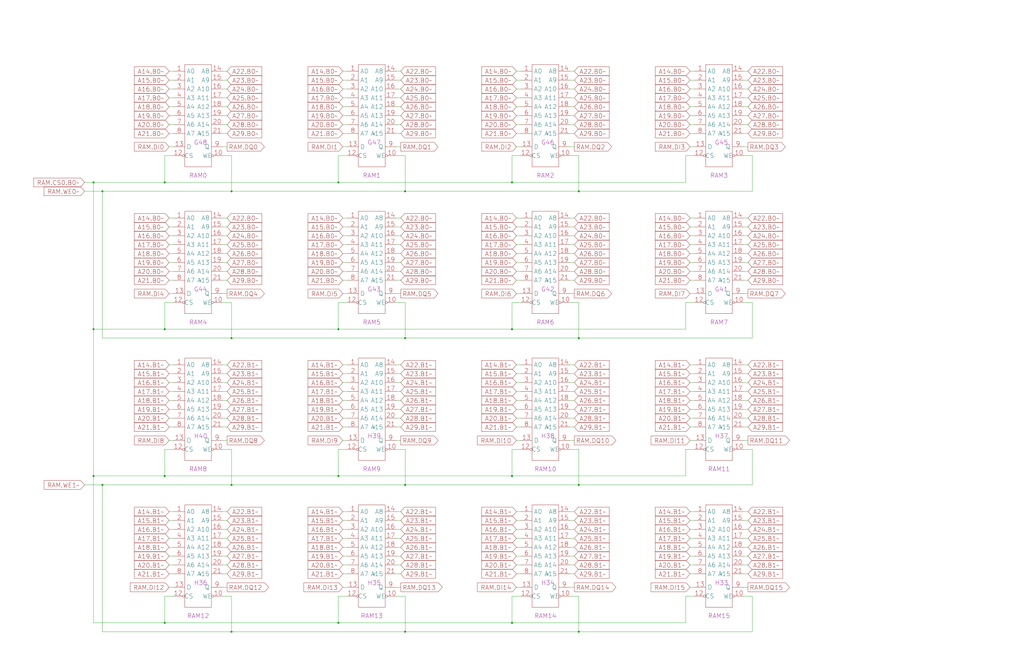
<source format=kicad_sch>
(kicad_sch (version 20220404) (generator eeschema)
  (paper "User" 584.2 378.46)
  (title_block (title "RAM\\nBANK 0\\nBYTE 0 / BYTE 1") (date "22-SEP-90") (rev "2.0") (comment 1 "IOC") (comment 2 "232-003061") (comment 3 "S400") (comment 4 "RELEASED"))
  (junction (at 193.04 187.96))
  (junction (at 330.2 193.04))
  (junction (at 58.42 109.22))
  (junction (at 330.2 276.86))
  (junction (at 330.2 109.22))
  (junction (at 132.08 193.04))
  (junction (at 292.1 355.6))
  (junction (at 53.34 104.14))
  (junction (at 292.1 187.96))
  (junction (at 231.14 360.68))
  (junction (at 53.34 187.96))
  (junction (at 132.08 276.86))
  (junction (at 231.14 193.04))
  (junction (at 292.1 271.78))
  (junction (at 93.98 187.96))
  (junction (at 231.14 276.86))
  (junction (at 330.2 360.68))
  (junction (at 193.04 104.14))
  (junction (at 193.04 355.6))
  (junction (at 193.04 271.78))
  (junction (at 93.98 355.6))
  (junction (at 292.1 104.14))
  (junction (at 93.98 104.14))
  (junction (at 93.98 271.78))
  (junction (at 231.14 109.22))
  (junction (at 58.42 276.86))
  (junction (at 132.08 109.22))
  (junction (at 132.08 360.68))
  (junction (at 53.34 271.78))
  (wire (pts (xy 294.64 149.86) (xy 297.18 149.86)))
  (wire (pts (xy 127 60.96) (xy 129.54 60.96)))
  (wire (pts (xy 226.06 322.58) (xy 228.6 322.58)))
  (wire (pts (xy 127 129.54) (xy 129.54 129.54)))
  (wire (pts (xy 127 251.46) (xy 129.54 251.46)))
  (wire (pts (xy 396.24 256.54) (xy 391.16 256.54)))
  (wire (pts (xy 96.52 134.62) (xy 99.06 134.62)))
  (wire (pts (xy 391.16 340.36) (xy 391.16 355.6)))
  (wire (pts (xy 393.7 251.46) (xy 396.24 251.46)))
  (wire (pts (xy 429.26 360.68) (xy 330.2 360.68)))
  (wire (pts (xy 393.7 208.28) (xy 396.24 208.28)))
  (wire (pts (xy 429.26 172.72) (xy 429.26 193.04)))
  (wire (pts (xy 226.06 243.84) (xy 228.6 243.84)))
  (wire (pts (xy 325.12 139.7) (xy 327.66 139.7)))
  (wire (pts (xy 226.06 66.04) (xy 228.6 66.04)))
  (wire (pts (xy 325.12 45.72) (xy 327.66 45.72)))
  (wire (pts (xy 127 139.7) (xy 129.54 139.7)))
  (wire (pts (xy 96.52 55.88) (xy 99.06 55.88)))
  (wire (pts (xy 294.64 213.36) (xy 297.18 213.36)))
  (wire (pts (xy 393.7 149.86) (xy 396.24 149.86)))
  (wire (pts (xy 297.18 340.36) (xy 292.1 340.36)))
  (wire (pts (xy 424.18 302.26) (xy 426.72 302.26)))
  (wire (pts (xy 127 340.36) (xy 132.08 340.36)))
  (wire (pts (xy 96.52 149.86) (xy 99.06 149.86)))
  (wire (pts (xy 292.1 271.78) (xy 391.16 271.78)))
  (wire (pts (xy 195.58 50.8) (xy 198.12 50.8)))
  (wire (pts (xy 198.12 172.72) (xy 193.04 172.72)))
  (wire (pts (xy 424.18 55.88) (xy 426.72 55.88)))
  (wire (pts (xy 127 88.9) (xy 132.08 88.9)))
  (wire (pts (xy 325.12 55.88) (xy 327.66 55.88)))
  (wire (pts (xy 226.06 251.46) (xy 228.6 251.46)))
  (wire (pts (xy 424.18 129.54) (xy 426.72 129.54)))
  (wire (pts (xy 231.14 88.9) (xy 231.14 109.22)))
  (wire (pts (xy 424.18 322.58) (xy 426.72 322.58)))
  (wire (pts (xy 292.1 256.54) (xy 292.1 271.78)))
  (wire (pts (xy 429.26 193.04) (xy 330.2 193.04)))
  (wire (pts (xy 226.06 88.9) (xy 231.14 88.9)))
  (wire (pts (xy 96.52 302.26) (xy 99.06 302.26)))
  (wire (pts (xy 48.26 276.86) (xy 58.42 276.86)))
  (wire (pts (xy 393.7 144.78) (xy 396.24 144.78)))
  (wire (pts (xy 193.04 104.14) (xy 93.98 104.14)))
  (wire (pts (xy 393.7 40.64) (xy 396.24 40.64)))
  (wire (pts (xy 127 144.78) (xy 129.54 144.78)))
  (wire (pts (xy 393.7 228.6) (xy 396.24 228.6)))
  (wire (pts (xy 226.06 317.5) (xy 228.6 317.5)))
  (wire (pts (xy 424.18 297.18) (xy 426.72 297.18)))
  (wire (pts (xy 325.12 218.44) (xy 327.66 218.44)))
  (wire (pts (xy 127 149.86) (xy 129.54 149.86)))
  (wire (pts (xy 325.12 292.1) (xy 327.66 292.1)))
  (wire (pts (xy 325.12 233.68) (xy 327.66 233.68)))
  (wire (pts (xy 294.64 71.12) (xy 297.18 71.12)))
  (wire (pts (xy 424.18 134.62) (xy 426.72 134.62)))
  (wire (pts (xy 424.18 167.64) (xy 426.72 167.64)))
  (wire (pts (xy 132.08 88.9) (xy 132.08 109.22)))
  (wire (pts (xy 53.34 187.96) (xy 53.34 271.78)))
  (wire (pts (xy 99.06 256.54) (xy 93.98 256.54)))
  (wire (pts (xy 193.04 355.6) (xy 292.1 355.6)))
  (wire (pts (xy 127 83.82) (xy 129.54 83.82)))
  (wire (pts (xy 294.64 317.5) (xy 297.18 317.5)))
  (wire (pts (xy 96.52 45.72) (xy 99.06 45.72)))
  (wire (pts (xy 127 312.42) (xy 129.54 312.42)))
  (wire (pts (xy 231.14 256.54) (xy 231.14 276.86)))
  (wire (pts (xy 127 256.54) (xy 132.08 256.54)))
  (wire (pts (xy 294.64 160.02) (xy 297.18 160.02)))
  (wire (pts (xy 292.1 88.9) (xy 292.1 104.14)))
  (wire (pts (xy 127 208.28) (xy 129.54 208.28)))
  (wire (pts (xy 429.26 256.54) (xy 429.26 276.86)))
  (wire (pts (xy 198.12 340.36) (xy 193.04 340.36)))
  (wire (pts (xy 132.08 256.54) (xy 132.08 276.86)))
  (wire (pts (xy 132.08 276.86) (xy 231.14 276.86)))
  (wire (pts (xy 325.12 335.28) (xy 327.66 335.28)))
  (wire (pts (xy 424.18 335.28) (xy 426.72 335.28)))
  (wire (pts (xy 195.58 297.18) (xy 198.12 297.18)))
  (wire (pts (xy 53.34 271.78) (xy 53.34 355.6)))
  (wire (pts (xy 58.42 360.68) (xy 58.42 276.86)))
  (wire (pts (xy 96.52 233.68) (xy 99.06 233.68)))
  (wire (pts (xy 226.06 76.2) (xy 228.6 76.2)))
  (wire (pts (xy 96.52 66.04) (xy 99.06 66.04)))
  (wire (pts (xy 96.52 322.58) (xy 99.06 322.58)))
  (wire (pts (xy 294.64 223.52) (xy 297.18 223.52)))
  (wire (pts (xy 226.06 167.64) (xy 228.6 167.64)))
  (wire (pts (xy 393.7 167.64) (xy 396.24 167.64)))
  (wire (pts (xy 193.04 187.96) (xy 292.1 187.96)))
  (wire (pts (xy 325.12 307.34) (xy 327.66 307.34)))
  (wire (pts (xy 96.52 335.28) (xy 99.06 335.28)))
  (wire (pts (xy 424.18 76.2) (xy 426.72 76.2)))
  (wire (pts (xy 53.34 104.14) (xy 53.34 187.96)))
  (wire (pts (xy 325.12 124.46) (xy 327.66 124.46)))
  (wire (pts (xy 292.1 187.96) (xy 391.16 187.96)))
  (wire (pts (xy 393.7 154.94) (xy 396.24 154.94)))
  (wire (pts (xy 226.06 307.34) (xy 228.6 307.34)))
  (wire (pts (xy 127 317.5) (xy 129.54 317.5)))
  (wire (pts (xy 132.08 340.36) (xy 132.08 360.68)))
  (wire (pts (xy 96.52 71.12) (xy 99.06 71.12)))
  (wire (pts (xy 393.7 50.8) (xy 396.24 50.8)))
  (wire (pts (xy 424.18 144.78) (xy 426.72 144.78)))
  (wire (pts (xy 294.64 139.7) (xy 297.18 139.7)))
  (wire (pts (xy 424.18 340.36) (xy 429.26 340.36)))
  (wire (pts (xy 195.58 327.66) (xy 198.12 327.66)))
  (wire (pts (xy 96.52 307.34) (xy 99.06 307.34)))
  (wire (pts (xy 294.64 129.54) (xy 297.18 129.54)))
  (wire (pts (xy 393.7 83.82) (xy 396.24 83.82)))
  (wire (pts (xy 96.52 317.5) (xy 99.06 317.5)))
  (wire (pts (xy 193.04 172.72) (xy 193.04 187.96)))
  (wire (pts (xy 424.18 160.02) (xy 426.72 160.02)))
  (wire (pts (xy 93.98 271.78) (xy 193.04 271.78)))
  (wire (pts (xy 226.06 312.42) (xy 228.6 312.42)))
  (wire (pts (xy 396.24 88.9) (xy 391.16 88.9)))
  (wire (pts (xy 195.58 40.64) (xy 198.12 40.64)))
  (wire (pts (xy 127 297.18) (xy 129.54 297.18)))
  (wire (pts (xy 393.7 60.96) (xy 396.24 60.96)))
  (wire (pts (xy 294.64 124.46) (xy 297.18 124.46)))
  (wire (pts (xy 393.7 55.88) (xy 396.24 55.88)))
  (wire (pts (xy 424.18 71.12) (xy 426.72 71.12)))
  (wire (pts (xy 96.52 243.84) (xy 99.06 243.84)))
  (wire (pts (xy 325.12 149.86) (xy 327.66 149.86)))
  (wire (pts (xy 195.58 66.04) (xy 198.12 66.04)))
  (wire (pts (xy 127 40.64) (xy 129.54 40.64)))
  (wire (pts (xy 93.98 256.54) (xy 93.98 271.78)))
  (wire (pts (xy 330.2 193.04) (xy 231.14 193.04)))
  (wire (pts (xy 294.64 208.28) (xy 297.18 208.28)))
  (wire (pts (xy 424.18 83.82) (xy 426.72 83.82)))
  (wire (pts (xy 193.04 340.36) (xy 193.04 355.6)))
  (wire (pts (xy 429.26 88.9) (xy 429.26 109.22)))
  (wire (pts (xy 226.06 60.96) (xy 228.6 60.96)))
  (wire (pts (xy 294.64 233.68) (xy 297.18 233.68)))
  (wire (pts (xy 99.06 172.72) (xy 93.98 172.72)))
  (wire (pts (xy 193.04 88.9) (xy 193.04 104.14)))
  (wire (pts (xy 195.58 213.36) (xy 198.12 213.36)))
  (wire (pts (xy 58.42 109.22) (xy 132.08 109.22)))
  (wire (pts (xy 198.12 88.9) (xy 193.04 88.9)))
  (wire (pts (xy 325.12 312.42) (xy 327.66 312.42)))
  (wire (pts (xy 424.18 45.72) (xy 426.72 45.72)))
  (wire (pts (xy 226.06 154.94) (xy 228.6 154.94)))
  (wire (pts (xy 424.18 256.54) (xy 429.26 256.54)))
  (wire (pts (xy 294.64 60.96) (xy 297.18 60.96)))
  (wire (pts (xy 294.64 83.82) (xy 297.18 83.82)))
  (wire (pts (xy 292.1 172.72) (xy 292.1 187.96)))
  (wire (pts (xy 424.18 251.46) (xy 426.72 251.46)))
  (wire (pts (xy 294.64 312.42) (xy 297.18 312.42)))
  (wire (pts (xy 226.06 292.1) (xy 228.6 292.1)))
  (wire (pts (xy 96.52 292.1) (xy 99.06 292.1)))
  (wire (pts (xy 195.58 154.94) (xy 198.12 154.94)))
  (wire (pts (xy 226.06 327.66) (xy 228.6 327.66)))
  (wire (pts (xy 195.58 149.86) (xy 198.12 149.86)))
  (wire (pts (xy 393.7 292.1) (xy 396.24 292.1)))
  (wire (pts (xy 226.06 233.68) (xy 228.6 233.68)))
  (wire (pts (xy 226.06 134.62) (xy 228.6 134.62)))
  (wire (pts (xy 127 335.28) (xy 129.54 335.28)))
  (wire (pts (xy 195.58 60.96) (xy 198.12 60.96)))
  (wire (pts (xy 424.18 312.42) (xy 426.72 312.42)))
  (wire (pts (xy 96.52 40.64) (xy 99.06 40.64)))
  (wire (pts (xy 297.18 172.72) (xy 292.1 172.72)))
  (wire (pts (xy 226.06 71.12) (xy 228.6 71.12)))
  (wire (pts (xy 48.26 104.14) (xy 53.34 104.14)))
  (wire (pts (xy 96.52 213.36) (xy 99.06 213.36)))
  (wire (pts (xy 330.2 256.54) (xy 330.2 276.86)))
  (wire (pts (xy 226.06 149.86) (xy 228.6 149.86)))
  (wire (pts (xy 231.14 360.68) (xy 132.08 360.68)))
  (wire (pts (xy 96.52 251.46) (xy 99.06 251.46)))
  (wire (pts (xy 393.7 312.42) (xy 396.24 312.42)))
  (wire (pts (xy 294.64 251.46) (xy 297.18 251.46)))
  (wire (pts (xy 96.52 223.52) (xy 99.06 223.52)))
  (wire (pts (xy 330.2 109.22) (xy 429.26 109.22)))
  (wire (pts (xy 96.52 238.76) (xy 99.06 238.76)))
  (wire (pts (xy 195.58 312.42) (xy 198.12 312.42)))
  (wire (pts (xy 393.7 327.66) (xy 396.24 327.66)))
  (wire (pts (xy 96.52 218.44) (xy 99.06 218.44)))
  (wire (pts (xy 127 218.44) (xy 129.54 218.44)))
  (wire (pts (xy 96.52 228.6) (xy 99.06 228.6)))
  (wire (pts (xy 294.64 243.84) (xy 297.18 243.84)))
  (wire (pts (xy 294.64 218.44) (xy 297.18 218.44)))
  (wire (pts (xy 292.1 355.6) (xy 391.16 355.6)))
  (wire (pts (xy 393.7 238.76) (xy 396.24 238.76)))
  (wire (pts (xy 226.06 124.46) (xy 228.6 124.46)))
  (wire (pts (xy 294.64 322.58) (xy 297.18 322.58)))
  (wire (pts (xy 195.58 208.28) (xy 198.12 208.28)))
  (wire (pts (xy 226.06 139.7) (xy 228.6 139.7)))
  (wire (pts (xy 325.12 40.64) (xy 327.66 40.64)))
  (wire (pts (xy 226.06 45.72) (xy 228.6 45.72)))
  (wire (pts (xy 127 213.36) (xy 129.54 213.36)))
  (wire (pts (xy 325.12 160.02) (xy 327.66 160.02)))
  (wire (pts (xy 297.18 256.54) (xy 292.1 256.54)))
  (wire (pts (xy 424.18 149.86) (xy 426.72 149.86)))
  (wire (pts (xy 294.64 40.64) (xy 297.18 40.64)))
  (wire (pts (xy 93.98 104.14) (xy 53.34 104.14)))
  (wire (pts (xy 294.64 66.04) (xy 297.18 66.04)))
  (wire (pts (xy 424.18 154.94) (xy 426.72 154.94)))
  (wire (pts (xy 93.98 355.6) (xy 193.04 355.6)))
  (wire (pts (xy 127 243.84) (xy 129.54 243.84)))
  (wire (pts (xy 93.98 88.9) (xy 93.98 104.14)))
  (wire (pts (xy 127 76.2) (xy 129.54 76.2)))
  (wire (pts (xy 325.12 50.8) (xy 327.66 50.8)))
  (wire (pts (xy 127 327.66) (xy 129.54 327.66)))
  (wire (pts (xy 93.98 172.72) (xy 93.98 187.96)))
  (wire (pts (xy 393.7 233.68) (xy 396.24 233.68)))
  (wire (pts (xy 330.2 172.72) (xy 330.2 193.04)))
  (wire (pts (xy 127 302.26) (xy 129.54 302.26)))
  (wire (pts (xy 127 238.76) (xy 129.54 238.76)))
  (wire (pts (xy 424.18 327.66) (xy 426.72 327.66)))
  (wire (pts (xy 58.42 276.86) (xy 132.08 276.86)))
  (wire (pts (xy 391.16 172.72) (xy 391.16 187.96)))
  (wire (pts (xy 325.12 144.78) (xy 327.66 144.78)))
  (wire (pts (xy 294.64 55.88) (xy 297.18 55.88)))
  (wire (pts (xy 393.7 297.18) (xy 396.24 297.18)))
  (wire (pts (xy 226.06 228.6) (xy 228.6 228.6)))
  (wire (pts (xy 127 228.6) (xy 129.54 228.6)))
  (wire (pts (xy 195.58 167.64) (xy 198.12 167.64)))
  (wire (pts (xy 226.06 208.28) (xy 228.6 208.28)))
  (wire (pts (xy 127 167.64) (xy 129.54 167.64)))
  (wire (pts (xy 330.2 340.36) (xy 330.2 360.68)))
  (wire (pts (xy 325.12 327.66) (xy 327.66 327.66)))
  (wire (pts (xy 393.7 45.72) (xy 396.24 45.72)))
  (wire (pts (xy 294.64 134.62) (xy 297.18 134.62)))
  (wire (pts (xy 424.18 228.6) (xy 426.72 228.6)))
  (wire (pts (xy 127 307.34) (xy 129.54 307.34)))
  (wire (pts (xy 393.7 223.52) (xy 396.24 223.52)))
  (wire (pts (xy 226.06 144.78) (xy 228.6 144.78)))
  (wire (pts (xy 96.52 76.2) (xy 99.06 76.2)))
  (wire (pts (xy 127 55.88) (xy 129.54 55.88)))
  (wire (pts (xy 195.58 233.68) (xy 198.12 233.68)))
  (wire (pts (xy 393.7 213.36) (xy 396.24 213.36)))
  (wire (pts (xy 294.64 238.76) (xy 297.18 238.76)))
  (wire (pts (xy 226.06 129.54) (xy 228.6 129.54)))
  (wire (pts (xy 127 71.12) (xy 129.54 71.12)))
  (wire (pts (xy 424.18 213.36) (xy 426.72 213.36)))
  (wire (pts (xy 127 154.94) (xy 129.54 154.94)))
  (wire (pts (xy 53.34 271.78) (xy 93.98 271.78)))
  (wire (pts (xy 132.08 193.04) (xy 58.42 193.04)))
  (wire (pts (xy 294.64 167.64) (xy 297.18 167.64)))
  (wire (pts (xy 96.52 167.64) (xy 99.06 167.64)))
  (wire (pts (xy 127 45.72) (xy 129.54 45.72)))
  (wire (pts (xy 393.7 71.12) (xy 396.24 71.12)))
  (wire (pts (xy 226.06 213.36) (xy 228.6 213.36)))
  (wire (pts (xy 330.2 360.68) (xy 231.14 360.68)))
  (wire (pts (xy 226.06 55.88) (xy 228.6 55.88)))
  (wire (pts (xy 132.08 172.72) (xy 132.08 193.04)))
  (wire (pts (xy 393.7 335.28) (xy 396.24 335.28)))
  (wire (pts (xy 132.08 109.22) (xy 231.14 109.22)))
  (wire (pts (xy 424.18 88.9) (xy 429.26 88.9)))
  (wire (pts (xy 53.34 187.96) (xy 93.98 187.96)))
  (wire (pts (xy 294.64 228.6) (xy 297.18 228.6)))
  (wire (pts (xy 195.58 160.02) (xy 198.12 160.02)))
  (wire (pts (xy 393.7 243.84) (xy 396.24 243.84)))
  (wire (pts (xy 424.18 40.64) (xy 426.72 40.64)))
  (wire (pts (xy 127 134.62) (xy 129.54 134.62)))
  (wire (pts (xy 195.58 335.28) (xy 198.12 335.28)))
  (wire (pts (xy 226.06 40.64) (xy 228.6 40.64)))
  (wire (pts (xy 393.7 139.7) (xy 396.24 139.7)))
  (wire (pts (xy 53.34 355.6) (xy 93.98 355.6)))
  (wire (pts (xy 294.64 292.1) (xy 297.18 292.1)))
  (wire (pts (xy 292.1 104.14) (xy 193.04 104.14)))
  (wire (pts (xy 391.16 88.9) (xy 391.16 104.14)))
  (wire (pts (xy 424.18 60.96) (xy 426.72 60.96)))
  (wire (pts (xy 294.64 154.94) (xy 297.18 154.94)))
  (wire (pts (xy 424.18 139.7) (xy 426.72 139.7)))
  (wire (pts (xy 325.12 129.54) (xy 327.66 129.54)))
  (wire (pts (xy 195.58 83.82) (xy 198.12 83.82)))
  (wire (pts (xy 424.18 243.84) (xy 426.72 243.84)))
  (wire (pts (xy 127 292.1) (xy 129.54 292.1)))
  (wire (pts (xy 325.12 243.84) (xy 327.66 243.84)))
  (wire (pts (xy 294.64 76.2) (xy 297.18 76.2)))
  (wire (pts (xy 325.12 167.64) (xy 327.66 167.64)))
  (wire (pts (xy 391.16 104.14) (xy 292.1 104.14)))
  (wire (pts (xy 424.18 66.04) (xy 426.72 66.04)))
  (wire (pts (xy 195.58 228.6) (xy 198.12 228.6)))
  (wire (pts (xy 96.52 83.82) (xy 99.06 83.82)))
  (wire (pts (xy 127 172.72) (xy 132.08 172.72)))
  (wire (pts (xy 325.12 302.26) (xy 327.66 302.26)))
  (wire (pts (xy 96.52 139.7) (xy 99.06 139.7)))
  (wire (pts (xy 325.12 256.54) (xy 330.2 256.54)))
  (wire (pts (xy 325.12 317.5) (xy 327.66 317.5)))
  (wire (pts (xy 424.18 208.28) (xy 426.72 208.28)))
  (wire (pts (xy 424.18 238.76) (xy 426.72 238.76)))
  (wire (pts (xy 231.14 172.72) (xy 231.14 193.04)))
  (wire (pts (xy 96.52 297.18) (xy 99.06 297.18)))
  (wire (pts (xy 429.26 340.36) (xy 429.26 360.68)))
  (wire (pts (xy 195.58 71.12) (xy 198.12 71.12)))
  (wire (pts (xy 198.12 256.54) (xy 193.04 256.54)))
  (wire (pts (xy 325.12 223.52) (xy 327.66 223.52)))
  (wire (pts (xy 226.06 172.72) (xy 231.14 172.72)))
  (wire (pts (xy 393.7 134.62) (xy 396.24 134.62)))
  (wire (pts (xy 195.58 144.78) (xy 198.12 144.78)))
  (wire (pts (xy 330.2 276.86) (xy 429.26 276.86)))
  (wire (pts (xy 325.12 251.46) (xy 327.66 251.46)))
  (wire (pts (xy 226.06 83.82) (xy 228.6 83.82)))
  (wire (pts (xy 325.12 340.36) (xy 330.2 340.36)))
  (wire (pts (xy 195.58 124.46) (xy 198.12 124.46)))
  (wire (pts (xy 226.06 218.44) (xy 228.6 218.44)))
  (wire (pts (xy 195.58 238.76) (xy 198.12 238.76)))
  (wire (pts (xy 325.12 76.2) (xy 327.66 76.2)))
  (wire (pts (xy 195.58 243.84) (xy 198.12 243.84)))
  (wire (pts (xy 96.52 60.96) (xy 99.06 60.96)))
  (wire (pts (xy 231.14 340.36) (xy 231.14 360.68)))
  (wire (pts (xy 294.64 297.18) (xy 297.18 297.18)))
  (wire (pts (xy 96.52 124.46) (xy 99.06 124.46)))
  (wire (pts (xy 226.06 297.18) (xy 228.6 297.18)))
  (wire (pts (xy 424.18 317.5) (xy 426.72 317.5)))
  (wire (pts (xy 195.58 76.2) (xy 198.12 76.2)))
  (wire (pts (xy 330.2 88.9) (xy 330.2 109.22)))
  (wire (pts (xy 127 124.46) (xy 129.54 124.46)))
  (wire (pts (xy 195.58 302.26) (xy 198.12 302.26)))
  (wire (pts (xy 325.12 88.9) (xy 330.2 88.9)))
  (wire (pts (xy 195.58 134.62) (xy 198.12 134.62)))
  (wire (pts (xy 195.58 317.5) (xy 198.12 317.5)))
  (wire (pts (xy 93.98 187.96) (xy 193.04 187.96)))
  (wire (pts (xy 292.1 340.36) (xy 292.1 355.6)))
  (wire (pts (xy 96.52 160.02) (xy 99.06 160.02)))
  (wire (pts (xy 195.58 223.52) (xy 198.12 223.52)))
  (wire (pts (xy 48.26 109.22) (xy 58.42 109.22)))
  (wire (pts (xy 297.18 88.9) (xy 292.1 88.9)))
  (wire (pts (xy 93.98 340.36) (xy 93.98 355.6)))
  (wire (pts (xy 195.58 251.46) (xy 198.12 251.46)))
  (wire (pts (xy 127 223.52) (xy 129.54 223.52)))
  (wire (pts (xy 127 160.02) (xy 129.54 160.02)))
  (wire (pts (xy 195.58 139.7) (xy 198.12 139.7)))
  (wire (pts (xy 424.18 223.52) (xy 426.72 223.52)))
  (wire (pts (xy 393.7 307.34) (xy 396.24 307.34)))
  (wire (pts (xy 127 50.8) (xy 129.54 50.8)))
  (wire (pts (xy 294.64 45.72) (xy 297.18 45.72)))
  (wire (pts (xy 424.18 124.46) (xy 426.72 124.46)))
  (wire (pts (xy 294.64 50.8) (xy 297.18 50.8)))
  (wire (pts (xy 325.12 228.6) (xy 327.66 228.6)))
  (wire (pts (xy 424.18 172.72) (xy 429.26 172.72)))
  (wire (pts (xy 325.12 322.58) (xy 327.66 322.58)))
  (wire (pts (xy 226.06 223.52) (xy 228.6 223.52)))
  (wire (pts (xy 96.52 144.78) (xy 99.06 144.78)))
  (wire (pts (xy 226.06 335.28) (xy 228.6 335.28)))
  (wire (pts (xy 393.7 317.5) (xy 396.24 317.5)))
  (wire (pts (xy 195.58 45.72) (xy 198.12 45.72)))
  (wire (pts (xy 393.7 129.54) (xy 396.24 129.54)))
  (wire (pts (xy 325.12 71.12) (xy 327.66 71.12)))
  (wire (pts (xy 325.12 172.72) (xy 330.2 172.72)))
  (wire (pts (xy 231.14 109.22) (xy 330.2 109.22)))
  (wire (pts (xy 127 233.68) (xy 129.54 233.68)))
  (wire (pts (xy 424.18 307.34) (xy 426.72 307.34)))
  (wire (pts (xy 231.14 276.86) (xy 330.2 276.86)))
  (wire (pts (xy 195.58 129.54) (xy 198.12 129.54)))
  (wire (pts (xy 195.58 218.44) (xy 198.12 218.44)))
  (wire (pts (xy 393.7 302.26) (xy 396.24 302.26)))
  (wire (pts (xy 226.06 50.8) (xy 228.6 50.8)))
  (wire (pts (xy 325.12 208.28) (xy 327.66 208.28)))
  (wire (pts (xy 99.06 88.9) (xy 93.98 88.9)))
  (wire (pts (xy 99.06 340.36) (xy 93.98 340.36)))
  (wire (pts (xy 195.58 55.88) (xy 198.12 55.88)))
  (wire (pts (xy 127 322.58) (xy 129.54 322.58)))
  (wire (pts (xy 195.58 307.34) (xy 198.12 307.34)))
  (wire (pts (xy 424.18 218.44) (xy 426.72 218.44)))
  (wire (pts (xy 325.12 134.62) (xy 327.66 134.62)))
  (wire (pts (xy 325.12 238.76) (xy 327.66 238.76)))
  (wire (pts (xy 96.52 327.66) (xy 99.06 327.66)))
  (wire (pts (xy 96.52 129.54) (xy 99.06 129.54)))
  (wire (pts (xy 294.64 327.66) (xy 297.18 327.66)))
  (wire (pts (xy 193.04 271.78) (xy 292.1 271.78)))
  (wire (pts (xy 424.18 292.1) (xy 426.72 292.1)))
  (wire (pts (xy 393.7 76.2) (xy 396.24 76.2)))
  (wire (pts (xy 393.7 218.44) (xy 396.24 218.44)))
  (wire (pts (xy 424.18 50.8) (xy 426.72 50.8)))
  (wire (pts (xy 193.04 256.54) (xy 193.04 271.78)))
  (wire (pts (xy 132.08 360.68) (xy 58.42 360.68)))
  (wire (pts (xy 226.06 302.26) (xy 228.6 302.26)))
  (wire (pts (xy 195.58 292.1) (xy 198.12 292.1)))
  (wire (pts (xy 396.24 172.72) (xy 391.16 172.72)))
  (wire (pts (xy 226.06 160.02) (xy 228.6 160.02)))
  (wire (pts (xy 226.06 238.76) (xy 228.6 238.76)))
  (wire (pts (xy 325.12 213.36) (xy 327.66 213.36)))
  (wire (pts (xy 96.52 208.28) (xy 99.06 208.28)))
  (wire (pts (xy 325.12 83.82) (xy 327.66 83.82)))
  (wire (pts (xy 226.06 256.54) (xy 231.14 256.54)))
  (wire (pts (xy 127 66.04) (xy 129.54 66.04)))
  (wire (pts (xy 294.64 144.78) (xy 297.18 144.78)))
  (wire (pts (xy 396.24 340.36) (xy 391.16 340.36)))
  (wire (pts (xy 393.7 322.58) (xy 396.24 322.58)))
  (wire (pts (xy 195.58 322.58) (xy 198.12 322.58)))
  (wire (pts (xy 294.64 302.26) (xy 297.18 302.26)))
  (wire (pts (xy 294.64 335.28) (xy 297.18 335.28)))
  (wire (pts (xy 325.12 297.18) (xy 327.66 297.18)))
  (wire (pts (xy 226.06 340.36) (xy 231.14 340.36)))
  (wire (pts (xy 96.52 50.8) (xy 99.06 50.8)))
  (wire (pts (xy 325.12 66.04) (xy 327.66 66.04)))
  (wire (pts (xy 58.42 193.04) (xy 58.42 109.22)))
  (wire (pts (xy 96.52 154.94) (xy 99.06 154.94)))
  (wire (pts (xy 325.12 60.96) (xy 327.66 60.96)))
  (wire (pts (xy 424.18 233.68) (xy 426.72 233.68)))
  (wire (pts (xy 393.7 66.04) (xy 396.24 66.04)))
  (wire (pts (xy 294.64 307.34) (xy 297.18 307.34)))
  (wire (pts (xy 96.52 312.42) (xy 99.06 312.42)))
  (wire (pts (xy 393.7 124.46) (xy 396.24 124.46)))
  (wire (pts (xy 391.16 256.54) (xy 391.16 271.78)))
  (wire (pts (xy 231.14 193.04) (xy 132.08 193.04)))
  (wire (pts (xy 393.7 160.02) (xy 396.24 160.02)))
  (wire (pts (xy 325.12 154.94) (xy 327.66 154.94)))
  (global_label "RAM.DQ11" (shape output) (at 426.72 251.46 0) (effects (font (size 2.54 2.54))) (property "Intersheet References" "${INTERSHEET_REFS}" (at 448.3765 251.3013 0) (effects (font (size 1.905 1.905)) (justify left))))
  (global_label "A28.B0~" (shape input) (at 426.72 154.94 0) (effects (font (size 2.54 2.54))) (property "Intersheet References" "${INTERSHEET_REFS}" (at 447.167 154.7813 0) (effects (font (size 1.905 1.905)) (justify left))))
  (global_label "A19.B1~" (shape input) (at 195.58 233.68 180) (effects (font (size 2.54 2.54))) (property "Intersheet References" "${INTERSHEET_REFS}" (at 175.133 233.5213 0) (effects (font (size 1.905 1.905)) (justify right))))
  (global_label "A17.B0~" (shape input) (at 393.7 139.7 180) (effects (font (size 2.54 2.54))) (property "Intersheet References" "${INTERSHEET_REFS}" (at 373.253 139.5413 0) (effects (font (size 1.905 1.905)) (justify right))))
  (global_label "A29.B0~" (shape input) (at 426.72 76.2 0) (effects (font (size 2.54 2.54))) (property "Intersheet References" "${INTERSHEET_REFS}" (at 447.167 76.0413 0) (effects (font (size 1.905 1.905)) (justify left))))
  (global_label "RAM.DI1" (shape input) (at 195.58 83.82 180) (effects (font (size 2.54 2.54))) (property "Intersheet References" "${INTERSHEET_REFS}" (at 175.3749 83.6613 0) (effects (font (size 1.905 1.905)) (justify right))))
  (global_label "A19.B0~" (shape input) (at 96.52 149.86 180) (effects (font (size 2.54 2.54))) (property "Intersheet References" "${INTERSHEET_REFS}" (at 76.073 149.7013 0) (effects (font (size 1.905 1.905)) (justify right))))
  (global_label "A20.B0~" (shape input) (at 294.64 71.12 180) (effects (font (size 2.54 2.54))) (property "Intersheet References" "${INTERSHEET_REFS}" (at 274.193 70.9613 0) (effects (font (size 1.905 1.905)) (justify right))))
  (global_label "A28.B1~" (shape input) (at 228.6 238.76 0) (effects (font (size 2.54 2.54))) (property "Intersheet References" "${INTERSHEET_REFS}" (at 249.047 238.6013 0) (effects (font (size 1.905 1.905)) (justify left))))
  (global_label "A20.B1~" (shape input) (at 393.7 238.76 180) (effects (font (size 2.54 2.54))) (property "Intersheet References" "${INTERSHEET_REFS}" (at 373.253 238.6013 0) (effects (font (size 1.905 1.905)) (justify right))))
  (global_label "A23.B0~" (shape input) (at 327.66 45.72 0) (effects (font (size 2.54 2.54))) (property "Intersheet References" "${INTERSHEET_REFS}" (at 348.107 45.5613 0) (effects (font (size 1.905 1.905)) (justify left))))
  (global_label "A17.B0~" (shape input) (at 96.52 139.7 180) (effects (font (size 2.54 2.54))) (property "Intersheet References" "${INTERSHEET_REFS}" (at 76.073 139.5413 0) (effects (font (size 1.905 1.905)) (justify right))))
  (global_label "A24.B1~" (shape input) (at 129.54 302.26 0) (effects (font (size 2.54 2.54))) (property "Intersheet References" "${INTERSHEET_REFS}" (at 149.987 302.1013 0) (effects (font (size 1.905 1.905)) (justify left))))
  (global_label "A19.B1~" (shape input) (at 294.64 233.68 180) (effects (font (size 2.54 2.54))) (property "Intersheet References" "${INTERSHEET_REFS}" (at 274.193 233.5213 0) (effects (font (size 1.905 1.905)) (justify right))))
  (global_label "A27.B1~" (shape input) (at 129.54 233.68 0) (effects (font (size 2.54 2.54))) (property "Intersheet References" "${INTERSHEET_REFS}" (at 149.987 233.5213 0) (effects (font (size 1.905 1.905)) (justify left))))
  (global_label "A18.B0~" (shape input) (at 195.58 144.78 180) (effects (font (size 2.54 2.54))) (property "Intersheet References" "${INTERSHEET_REFS}" (at 175.133 144.6213 0) (effects (font (size 1.905 1.905)) (justify right))))
  (global_label "A25.B0~" (shape input) (at 327.66 139.7 0) (effects (font (size 2.54 2.54))) (property "Intersheet References" "${INTERSHEET_REFS}" (at 348.107 139.5413 0) (effects (font (size 1.905 1.905)) (justify left))))
  (global_label "A24.B0~" (shape input) (at 327.66 50.8 0) (effects (font (size 2.54 2.54))) (property "Intersheet References" "${INTERSHEET_REFS}" (at 348.107 50.6413 0) (effects (font (size 1.905 1.905)) (justify left))))
  (global_label "A29.B0~" (shape input) (at 228.6 76.2 0) (effects (font (size 2.54 2.54))) (property "Intersheet References" "${INTERSHEET_REFS}" (at 249.047 76.0413 0) (effects (font (size 1.905 1.905)) (justify left))))
  (global_label "A16.B1~" (shape input) (at 393.7 218.44 180) (effects (font (size 2.54 2.54))) (property "Intersheet References" "${INTERSHEET_REFS}" (at 373.4949 218.2813 0) (effects (font (size 1.905 1.905)) (justify right))))
  (global_label "RAM.DI14" (shape input) (at 294.64 335.28 180) (effects (font (size 2.54 2.54))) (property "Intersheet References" "${INTERSHEET_REFS}" (at 272.0159 335.1213 0) (effects (font (size 1.905 1.905)) (justify right))))
  (global_label "A15.B0~" (shape input) (at 294.64 129.54 180) (effects (font (size 2.54 2.54))) (property "Intersheet References" "${INTERSHEET_REFS}" (at 274.193 129.3813 0) (effects (font (size 1.905 1.905)) (justify right))))
  (global_label "A20.B1~" (shape input) (at 294.64 238.76 180) (effects (font (size 2.54 2.54))) (property "Intersheet References" "${INTERSHEET_REFS}" (at 274.193 238.6013 0) (effects (font (size 1.905 1.905)) (justify right))))
  (global_label "A16.B1~" (shape input) (at 393.7 302.26 180) (effects (font (size 2.54 2.54))) (property "Intersheet References" "${INTERSHEET_REFS}" (at 373.4949 302.1013 0) (effects (font (size 1.905 1.905)) (justify right))))
  (global_label "A20.B0~" (shape input) (at 393.7 71.12 180) (effects (font (size 2.54 2.54))) (property "Intersheet References" "${INTERSHEET_REFS}" (at 373.253 70.9613 0) (effects (font (size 1.905 1.905)) (justify right))))
  (global_label "RAM.DI8" (shape input) (at 96.52 251.46 180) (effects (font (size 2.54 2.54))) (property "Intersheet References" "${INTERSHEET_REFS}" (at 76.3149 251.3013 0) (effects (font (size 1.905 1.905)) (justify right))))
  (global_label "A14.B1~" (shape input) (at 294.64 208.28 180) (effects (font (size 2.54 2.54))) (property "Intersheet References" "${INTERSHEET_REFS}" (at 274.4349 208.1213 0) (effects (font (size 1.905 1.905)) (justify right))))
  (global_label "A28.B1~" (shape input) (at 327.66 322.58 0) (effects (font (size 2.54 2.54))) (property "Intersheet References" "${INTERSHEET_REFS}" (at 348.107 322.4213 0) (effects (font (size 1.905 1.905)) (justify left))))
  (global_label "A19.B0~" (shape input) (at 294.64 66.04 180) (effects (font (size 2.54 2.54))) (property "Intersheet References" "${INTERSHEET_REFS}" (at 274.193 65.8813 0) (effects (font (size 1.905 1.905)) (justify right))))
  (global_label "A19.B0~" (shape input) (at 195.58 149.86 180) (effects (font (size 2.54 2.54))) (property "Intersheet References" "${INTERSHEET_REFS}" (at 175.133 149.7013 0) (effects (font (size 1.905 1.905)) (justify right))))
  (global_label "A18.B1~" (shape input) (at 96.52 228.6 180) (effects (font (size 2.54 2.54))) (property "Intersheet References" "${INTERSHEET_REFS}" (at 76.073 228.4413 0) (effects (font (size 1.905 1.905)) (justify right))))
  (global_label "RAM.DQ3" (shape output) (at 426.72 83.82 0) (effects (font (size 2.54 2.54))) (property "Intersheet References" "${INTERSHEET_REFS}" (at 448.3765 83.6613 0) (effects (font (size 1.905 1.905)) (justify left))))
  (global_label "A24.B1~" (shape input) (at 228.6 302.26 0) (effects (font (size 2.54 2.54))) (property "Intersheet References" "${INTERSHEET_REFS}" (at 249.047 302.1013 0) (effects (font (size 1.905 1.905)) (justify left))))
  (global_label "A22.B1~" (shape input) (at 228.6 292.1 0) (effects (font (size 2.54 2.54))) (property "Intersheet References" "${INTERSHEET_REFS}" (at 248.8051 291.9413 0) (effects (font (size 1.905 1.905)) (justify left))))
  (global_label "A17.B1~" (shape input) (at 294.64 307.34 180) (effects (font (size 2.54 2.54))) (property "Intersheet References" "${INTERSHEET_REFS}" (at 274.193 307.1813 0) (effects (font (size 1.905 1.905)) (justify right))))
  (global_label "A27.B1~" (shape input) (at 327.66 233.68 0) (effects (font (size 2.54 2.54))) (property "Intersheet References" "${INTERSHEET_REFS}" (at 348.107 233.5213 0) (effects (font (size 1.905 1.905)) (justify left))))
  (global_label "A25.B1~" (shape input) (at 228.6 223.52 0) (effects (font (size 2.54 2.54))) (property "Intersheet References" "${INTERSHEET_REFS}" (at 249.047 223.3613 0) (effects (font (size 1.905 1.905)) (justify left))))
  (global_label "A28.B0~" (shape input) (at 327.66 71.12 0) (effects (font (size 2.54 2.54))) (property "Intersheet References" "${INTERSHEET_REFS}" (at 348.107 70.9613 0) (effects (font (size 1.905 1.905)) (justify left))))
  (global_label "A29.B1~" (shape input) (at 327.66 243.84 0) (effects (font (size 2.54 2.54))) (property "Intersheet References" "${INTERSHEET_REFS}" (at 348.107 243.6813 0) (effects (font (size 1.905 1.905)) (justify left))))
  (global_label "A21.B0~" (shape input) (at 195.58 160.02 180) (effects (font (size 2.54 2.54))) (property "Intersheet References" "${INTERSHEET_REFS}" (at 175.133 159.8613 0) (effects (font (size 1.905 1.905)) (justify right))))
  (global_label "A24.B1~" (shape input) (at 426.72 302.26 0) (effects (font (size 2.54 2.54))) (property "Intersheet References" "${INTERSHEET_REFS}" (at 447.167 302.1013 0) (effects (font (size 1.905 1.905)) (justify left))))
  (global_label "A27.B0~" (shape input) (at 129.54 66.04 0) (effects (font (size 2.54 2.54))) (property "Intersheet References" "${INTERSHEET_REFS}" (at 149.987 65.8813 0) (effects (font (size 1.905 1.905)) (justify left))))
  (global_label "RAM.WE1~" (shape input) (at 48.26 276.86 180) (effects (font (size 2.54 2.54))) (property "Intersheet References" "${INTERSHEET_REFS}" (at 24.7892 276.7013 0) (effects (font (size 1.905 1.905)) (justify right))))
  (global_label "A18.B0~" (shape input) (at 294.64 60.96 180) (effects (font (size 2.54 2.54))) (property "Intersheet References" "${INTERSHEET_REFS}" (at 274.193 60.8013 0) (effects (font (size 1.905 1.905)) (justify right))))
  (global_label "A26.B1~" (shape input) (at 228.6 312.42 0) (effects (font (size 2.54 2.54))) (property "Intersheet References" "${INTERSHEET_REFS}" (at 249.047 312.2613 0) (effects (font (size 1.905 1.905)) (justify left))))
  (global_label "A21.B0~" (shape input) (at 195.58 76.2 180) (effects (font (size 2.54 2.54))) (property "Intersheet References" "${INTERSHEET_REFS}" (at 175.133 76.0413 0) (effects (font (size 1.905 1.905)) (justify right))))
  (global_label "A17.B1~" (shape input) (at 195.58 223.52 180) (effects (font (size 2.54 2.54))) (property "Intersheet References" "${INTERSHEET_REFS}" (at 175.133 223.3613 0) (effects (font (size 1.905 1.905)) (justify right))))
  (global_label "A22.B0~" (shape input) (at 228.6 124.46 0) (effects (font (size 2.54 2.54))) (property "Intersheet References" "${INTERSHEET_REFS}" (at 248.8051 124.3013 0) (effects (font (size 1.905 1.905)) (justify left))))
  (global_label "A22.B0~" (shape input) (at 426.72 124.46 0) (effects (font (size 2.54 2.54))) (property "Intersheet References" "${INTERSHEET_REFS}" (at 446.9251 124.3013 0) (effects (font (size 1.905 1.905)) (justify left))))
  (global_label "A19.B1~" (shape input) (at 393.7 233.68 180) (effects (font (size 2.54 2.54))) (property "Intersheet References" "${INTERSHEET_REFS}" (at 373.253 233.5213 0) (effects (font (size 1.905 1.905)) (justify right))))
  (global_label "A23.B0~" (shape input) (at 327.66 129.54 0) (effects (font (size 2.54 2.54))) (property "Intersheet References" "${INTERSHEET_REFS}" (at 348.107 129.3813 0) (effects (font (size 1.905 1.905)) (justify left))))
  (global_label "A27.B0~" (shape input) (at 228.6 66.04 0) (effects (font (size 2.54 2.54))) (property "Intersheet References" "${INTERSHEET_REFS}" (at 249.047 65.8813 0) (effects (font (size 1.905 1.905)) (justify left))))
  (global_label "A29.B1~" (shape input) (at 426.72 243.84 0) (effects (font (size 2.54 2.54))) (property "Intersheet References" "${INTERSHEET_REFS}" (at 447.167 243.6813 0) (effects (font (size 1.905 1.905)) (justify left))))
  (global_label "A25.B0~" (shape input) (at 426.72 139.7 0) (effects (font (size 2.54 2.54))) (property "Intersheet References" "${INTERSHEET_REFS}" (at 447.167 139.5413 0) (effects (font (size 1.905 1.905)) (justify left))))
  (global_label "A15.B1~" (shape input) (at 96.52 213.36 180) (effects (font (size 2.54 2.54))) (property "Intersheet References" "${INTERSHEET_REFS}" (at 76.073 213.2013 0) (effects (font (size 1.905 1.905)) (justify right))))
  (global_label "A18.B0~" (shape input) (at 393.7 144.78 180) (effects (font (size 2.54 2.54))) (property "Intersheet References" "${INTERSHEET_REFS}" (at 373.253 144.6213 0) (effects (font (size 1.905 1.905)) (justify right))))
  (global_label "A24.B0~" (shape input) (at 129.54 134.62 0) (effects (font (size 2.54 2.54))) (property "Intersheet References" "${INTERSHEET_REFS}" (at 149.987 134.4613 0) (effects (font (size 1.905 1.905)) (justify left))))
  (global_label "A23.B0~" (shape input) (at 228.6 129.54 0) (effects (font (size 2.54 2.54))) (property "Intersheet References" "${INTERSHEET_REFS}" (at 249.047 129.3813 0) (effects (font (size 1.905 1.905)) (justify left))))
  (global_label "A22.B1~" (shape input) (at 228.6 208.28 0) (effects (font (size 2.54 2.54))) (property "Intersheet References" "${INTERSHEET_REFS}" (at 248.8051 208.1213 0) (effects (font (size 1.905 1.905)) (justify left))))
  (global_label "A28.B1~" (shape input) (at 129.54 322.58 0) (effects (font (size 2.54 2.54))) (property "Intersheet References" "${INTERSHEET_REFS}" (at 149.987 322.4213 0) (effects (font (size 1.905 1.905)) (justify left))))
  (global_label "RAM.DI12" (shape input) (at 96.52 335.28 180) (effects (font (size 2.54 2.54))) (property "Intersheet References" "${INTERSHEET_REFS}" (at 73.8959 335.1213 0) (effects (font (size 1.905 1.905)) (justify right))))
  (global_label "A18.B1~" (shape input) (at 294.64 312.42 180) (effects (font (size 2.54 2.54))) (property "Intersheet References" "${INTERSHEET_REFS}" (at 274.193 312.2613 0) (effects (font (size 1.905 1.905)) (justify right))))
  (global_label "RAM.CS0.B0~" (shape input) (at 48.26 104.14 180) (effects (font (size 2.54 2.54))) (property "Intersheet References" "${INTERSHEET_REFS}" (at 18.8625 103.9813 0) (effects (font (size 1.905 1.905)) (justify right))))
  (global_label "A18.B1~" (shape input) (at 195.58 312.42 180) (effects (font (size 2.54 2.54))) (property "Intersheet References" "${INTERSHEET_REFS}" (at 175.133 312.2613 0) (effects (font (size 1.905 1.905)) (justify right))))
  (global_label "A19.B1~" (shape input) (at 294.64 317.5 180) (effects (font (size 2.54 2.54))) (property "Intersheet References" "${INTERSHEET_REFS}" (at 274.193 317.3413 0) (effects (font (size 1.905 1.905)) (justify right))))
  (global_label "A25.B0~" (shape input) (at 327.66 55.88 0) (effects (font (size 2.54 2.54))) (property "Intersheet References" "${INTERSHEET_REFS}" (at 348.107 55.7213 0) (effects (font (size 1.905 1.905)) (justify left))))
  (global_label "A28.B0~" (shape input) (at 129.54 71.12 0) (effects (font (size 2.54 2.54))) (property "Intersheet References" "${INTERSHEET_REFS}" (at 149.987 70.9613 0) (effects (font (size 1.905 1.905)) (justify left))))
  (global_label "A14.B1~" (shape input) (at 393.7 292.1 180) (effects (font (size 2.54 2.54))) (property "Intersheet References" "${INTERSHEET_REFS}" (at 373.4949 291.9413 0) (effects (font (size 1.905 1.905)) (justify right))))
  (global_label "A20.B1~" (shape input) (at 96.52 322.58 180) (effects (font (size 2.54 2.54))) (property "Intersheet References" "${INTERSHEET_REFS}" (at 76.073 322.4213 0) (effects (font (size 1.905 1.905)) (justify right))))
  (global_label "A21.B1~" (shape input) (at 195.58 327.66 180) (effects (font (size 2.54 2.54))) (property "Intersheet References" "${INTERSHEET_REFS}" (at 175.133 327.5013 0) (effects (font (size 1.905 1.905)) (justify right))))
  (global_label "A27.B1~" (shape input) (at 129.54 317.5 0) (effects (font (size 2.54 2.54))) (property "Intersheet References" "${INTERSHEET_REFS}" (at 149.987 317.3413 0) (effects (font (size 1.905 1.905)) (justify left))))
  (global_label "A17.B1~" (shape input) (at 393.7 223.52 180) (effects (font (size 2.54 2.54))) (property "Intersheet References" "${INTERSHEET_REFS}" (at 373.253 223.3613 0) (effects (font (size 1.905 1.905)) (justify right))))
  (global_label "A16.B1~" (shape input) (at 294.64 302.26 180) (effects (font (size 2.54 2.54))) (property "Intersheet References" "${INTERSHEET_REFS}" (at 274.4349 302.1013 0) (effects (font (size 1.905 1.905)) (justify right))))
  (global_label "A22.B1~" (shape input) (at 426.72 292.1 0) (effects (font (size 2.54 2.54))) (property "Intersheet References" "${INTERSHEET_REFS}" (at 446.9251 291.9413 0) (effects (font (size 1.905 1.905)) (justify left))))
  (global_label "A24.B1~" (shape input) (at 327.66 302.26 0) (effects (font (size 2.54 2.54))) (property "Intersheet References" "${INTERSHEET_REFS}" (at 348.107 302.1013 0) (effects (font (size 1.905 1.905)) (justify left))))
  (global_label "A19.B0~" (shape input) (at 393.7 149.86 180) (effects (font (size 2.54 2.54))) (property "Intersheet References" "${INTERSHEET_REFS}" (at 373.253 149.7013 0) (effects (font (size 1.905 1.905)) (justify right))))
  (global_label "A26.B1~" (shape input) (at 228.6 228.6 0) (effects (font (size 2.54 2.54))) (property "Intersheet References" "${INTERSHEET_REFS}" (at 249.047 228.4413 0) (effects (font (size 1.905 1.905)) (justify left))))
  (global_label "A19.B1~" (shape input) (at 195.58 317.5 180) (effects (font (size 2.54 2.54))) (property "Intersheet References" "${INTERSHEET_REFS}" (at 175.133 317.3413 0) (effects (font (size 1.905 1.905)) (justify right))))
  (global_label "A19.B0~" (shape input) (at 96.52 66.04 180) (effects (font (size 2.54 2.54))) (property "Intersheet References" "${INTERSHEET_REFS}" (at 76.073 65.8813 0) (effects (font (size 1.905 1.905)) (justify right))))
  (global_label "A23.B1~" (shape input) (at 327.66 213.36 0) (effects (font (size 2.54 2.54))) (property "Intersheet References" "${INTERSHEET_REFS}" (at 348.107 213.2013 0) (effects (font (size 1.905 1.905)) (justify left))))
  (global_label "A23.B0~" (shape input) (at 129.54 129.54 0) (effects (font (size 2.54 2.54))) (property "Intersheet References" "${INTERSHEET_REFS}" (at 149.987 129.3813 0) (effects (font (size 1.905 1.905)) (justify left))))
  (global_label "A27.B0~" (shape input) (at 426.72 66.04 0) (effects (font (size 2.54 2.54))) (property "Intersheet References" "${INTERSHEET_REFS}" (at 447.167 65.8813 0) (effects (font (size 1.905 1.905)) (justify left))))
  (global_label "A29.B0~" (shape input) (at 327.66 160.02 0) (effects (font (size 2.54 2.54))) (property "Intersheet References" "${INTERSHEET_REFS}" (at 348.107 159.8613 0) (effects (font (size 1.905 1.905)) (justify left))))
  (global_label "A19.B0~" (shape input) (at 393.7 66.04 180) (effects (font (size 2.54 2.54))) (property "Intersheet References" "${INTERSHEET_REFS}" (at 373.253 65.8813 0) (effects (font (size 1.905 1.905)) (justify right))))
  (global_label "A21.B1~" (shape input) (at 294.64 327.66 180) (effects (font (size 2.54 2.54))) (property "Intersheet References" "${INTERSHEET_REFS}" (at 274.193 327.5013 0) (effects (font (size 1.905 1.905)) (justify right))))
  (global_label "A21.B1~" (shape input) (at 96.52 243.84 180) (effects (font (size 2.54 2.54))) (property "Intersheet References" "${INTERSHEET_REFS}" (at 76.073 243.6813 0) (effects (font (size 1.905 1.905)) (justify right))))
  (global_label "A15.B0~" (shape input) (at 393.7 129.54 180) (effects (font (size 2.54 2.54))) (property "Intersheet References" "${INTERSHEET_REFS}" (at 373.253 129.3813 0) (effects (font (size 1.905 1.905)) (justify right))))
  (global_label "A21.B1~" (shape input) (at 393.7 243.84 180) (effects (font (size 2.54 2.54))) (property "Intersheet References" "${INTERSHEET_REFS}" (at 373.253 243.6813 0) (effects (font (size 1.905 1.905)) (justify right))))
  (global_label "A29.B1~" (shape input) (at 426.72 327.66 0) (effects (font (size 2.54 2.54))) (property "Intersheet References" "${INTERSHEET_REFS}" (at 447.167 327.5013 0) (effects (font (size 1.905 1.905)) (justify left))))
  (global_label "A20.B0~" (shape input) (at 294.64 154.94 180) (effects (font (size 2.54 2.54))) (property "Intersheet References" "${INTERSHEET_REFS}" (at 274.193 154.7813 0) (effects (font (size 1.905 1.905)) (justify right))))
  (global_label "A23.B0~" (shape input) (at 426.72 45.72 0) (effects (font (size 2.54 2.54))) (property "Intersheet References" "${INTERSHEET_REFS}" (at 447.167 45.5613 0) (effects (font (size 1.905 1.905)) (justify left))))
  (global_label "A26.B0~" (shape input) (at 426.72 60.96 0) (effects (font (size 2.54 2.54))) (property "Intersheet References" "${INTERSHEET_REFS}" (at 447.167 60.8013 0) (effects (font (size 1.905 1.905)) (justify left))))
  (global_label "A17.B0~" (shape input) (at 393.7 55.88 180) (effects (font (size 2.54 2.54))) (property "Intersheet References" "${INTERSHEET_REFS}" (at 373.253 55.7213 0) (effects (font (size 1.905 1.905)) (justify right))))
  (global_label "A28.B0~" (shape input) (at 228.6 154.94 0) (effects (font (size 2.54 2.54))) (property "Intersheet References" "${INTERSHEET_REFS}" (at 249.047 154.7813 0) (effects (font (size 1.905 1.905)) (justify left))))
  (global_label "RAM.DI6" (shape input) (at 294.64 167.64 180) (effects (font (size 2.54 2.54))) (property "Intersheet References" "${INTERSHEET_REFS}" (at 274.4349 167.4813 0) (effects (font (size 1.905 1.905)) (justify right))))
  (global_label "A15.B1~" (shape input) (at 195.58 213.36 180) (effects (font (size 2.54 2.54))) (property "Intersheet References" "${INTERSHEET_REFS}" (at 175.133 213.2013 0) (effects (font (size 1.905 1.905)) (justify right))))
  (global_label "A20.B0~" (shape input) (at 96.52 154.94 180) (effects (font (size 2.54 2.54))) (property "Intersheet References" "${INTERSHEET_REFS}" (at 76.073 154.7813 0) (effects (font (size 1.905 1.905)) (justify right))))
  (global_label "A25.B0~" (shape input) (at 228.6 55.88 0) (effects (font (size 2.54 2.54))) (property "Intersheet References" "${INTERSHEET_REFS}" (at 249.047 55.7213 0) (effects (font (size 1.905 1.905)) (justify left))))
  (global_label "A21.B0~" (shape input) (at 393.7 160.02 180) (effects (font (size 2.54 2.54))) (property "Intersheet References" "${INTERSHEET_REFS}" (at 373.253 159.8613 0) (effects (font (size 1.905 1.905)) (justify right))))
  (global_label "A21.B0~" (shape input) (at 294.64 160.02 180) (effects (font (size 2.54 2.54))) (property "Intersheet References" "${INTERSHEET_REFS}" (at 274.193 159.8613 0) (effects (font (size 1.905 1.905)) (justify right))))
  (global_label "RAM.DQ14" (shape output) (at 327.66 335.28 0) (effects (font (size 2.54 2.54))) (property "Intersheet References" "${INTERSHEET_REFS}" (at 351.7356 335.1213 0) (effects (font (size 1.905 1.905)) (justify left))))
  (global_label "A20.B1~" (shape input) (at 294.64 322.58 180) (effects (font (size 2.54 2.54))) (property "Intersheet References" "${INTERSHEET_REFS}" (at 274.193 322.4213 0) (effects (font (size 1.905 1.905)) (justify right))))
  (global_label "A25.B1~" (shape input) (at 129.54 307.34 0) (effects (font (size 2.54 2.54))) (property "Intersheet References" "${INTERSHEET_REFS}" (at 149.987 307.1813 0) (effects (font (size 1.905 1.905)) (justify left))))
  (global_label "A19.B0~" (shape input) (at 294.64 149.86 180) (effects (font (size 2.54 2.54))) (property "Intersheet References" "${INTERSHEET_REFS}" (at 274.193 149.7013 0) (effects (font (size 1.905 1.905)) (justify right))))
  (global_label "A26.B0~" (shape input) (at 228.6 60.96 0) (effects (font (size 2.54 2.54))) (property "Intersheet References" "${INTERSHEET_REFS}" (at 249.047 60.8013 0) (effects (font (size 1.905 1.905)) (justify left))))
  (global_label "A16.B0~" (shape input) (at 195.58 50.8 180) (effects (font (size 2.54 2.54))) (property "Intersheet References" "${INTERSHEET_REFS}" (at 175.3749 50.6413 0) (effects (font (size 1.905 1.905)) (justify right))))
  (global_label "A20.B0~" (shape input) (at 393.7 154.94 180) (effects (font (size 2.54 2.54))) (property "Intersheet References" "${INTERSHEET_REFS}" (at 373.253 154.7813 0) (effects (font (size 1.905 1.905)) (justify right))))
  (global_label "A29.B1~" (shape input) (at 129.54 243.84 0) (effects (font (size 2.54 2.54))) (property "Intersheet References" "${INTERSHEET_REFS}" (at 149.987 243.6813 0) (effects (font (size 1.905 1.905)) (justify left))))
  (global_label "RAM.DQ4" (shape output) (at 129.54 167.64 0) (effects (font (size 2.54 2.54))) (property "Intersheet References" "${INTERSHEET_REFS}" (at 151.1965 167.4813 0) (effects (font (size 1.905 1.905)) (justify left))))
  (global_label "A17.B1~" (shape input) (at 294.64 223.52 180) (effects (font (size 2.54 2.54))) (property "Intersheet References" "${INTERSHEET_REFS}" (at 274.193 223.3613 0) (effects (font (size 1.905 1.905)) (justify right))))
  (global_label "A14.B1~" (shape input) (at 393.7 208.28 180) (effects (font (size 2.54 2.54))) (property "Intersheet References" "${INTERSHEET_REFS}" (at 373.4949 208.1213 0) (effects (font (size 1.905 1.905)) (justify right))))
  (global_label "A16.B1~" (shape input) (at 195.58 218.44 180) (effects (font (size 2.54 2.54))) (property "Intersheet References" "${INTERSHEET_REFS}" (at 175.3749 218.2813 0) (effects (font (size 1.905 1.905)) (justify right))))
  (global_label "A24.B0~" (shape input) (at 327.66 134.62 0) (effects (font (size 2.54 2.54))) (property "Intersheet References" "${INTERSHEET_REFS}" (at 348.107 134.4613 0) (effects (font (size 1.905 1.905)) (justify left))))
  (global_label "A15.B1~" (shape input) (at 294.64 297.18 180) (effects (font (size 2.54 2.54))) (property "Intersheet References" "${INTERSHEET_REFS}" (at 274.193 297.0213 0) (effects (font (size 1.905 1.905)) (justify right))))
  (global_label "A23.B1~" (shape input) (at 129.54 297.18 0) (effects (font (size 2.54 2.54))) (property "Intersheet References" "${INTERSHEET_REFS}" (at 149.987 297.0213 0) (effects (font (size 1.905 1.905)) (justify left))))
  (global_label "RAM.DI13" (shape input) (at 195.58 335.28 180) (effects (font (size 2.54 2.54))) (property "Intersheet References" "${INTERSHEET_REFS}" (at 172.9559 335.1213 0) (effects (font (size 1.905 1.905)) (justify right))))
  (global_label "A20.B0~" (shape input) (at 195.58 71.12 180) (effects (font (size 2.54 2.54))) (property "Intersheet References" "${INTERSHEET_REFS}" (at 175.133 70.9613 0) (effects (font (size 1.905 1.905)) (justify right))))
  (global_label "A18.B1~" (shape input) (at 195.58 228.6 180) (effects (font (size 2.54 2.54))) (property "Intersheet References" "${INTERSHEET_REFS}" (at 175.133 228.4413 0) (effects (font (size 1.905 1.905)) (justify right))))
  (global_label "A27.B1~" (shape input) (at 327.66 317.5 0) (effects (font (size 2.54 2.54))) (property "Intersheet References" "${INTERSHEET_REFS}" (at 348.107 317.3413 0) (effects (font (size 1.905 1.905)) (justify left))))
  (global_label "A27.B1~" (shape input) (at 228.6 317.5 0) (effects (font (size 2.54 2.54))) (property "Intersheet References" "${INTERSHEET_REFS}" (at 249.047 317.3413 0) (effects (font (size 1.905 1.905)) (justify left))))
  (global_label "RAM.DI9" (shape input) (at 195.58 251.46 180) (effects (font (size 2.54 2.54))) (property "Intersheet References" "${INTERSHEET_REFS}" (at 175.3749 251.3013 0) (effects (font (size 1.905 1.905)) (justify right))))
  (global_label "A18.B0~" (shape input) (at 393.7 60.96 180) (effects (font (size 2.54 2.54))) (property "Intersheet References" "${INTERSHEET_REFS}" (at 373.253 60.8013 0) (effects (font (size 1.905 1.905)) (justify right))))
  (global_label "A23.B1~" (shape input) (at 426.72 213.36 0) (effects (font (size 2.54 2.54))) (property "Intersheet References" "${INTERSHEET_REFS}" (at 447.167 213.2013 0) (effects (font (size 1.905 1.905)) (justify left))))
  (global_label "A27.B0~" (shape input) (at 129.54 149.86 0) (effects (font (size 2.54 2.54))) (property "Intersheet References" "${INTERSHEET_REFS}" (at 149.987 149.7013 0) (effects (font (size 1.905 1.905)) (justify left))))
  (global_label "A22.B1~" (shape input) (at 129.54 208.28 0) (effects (font (size 2.54 2.54))) (property "Intersheet References" "${INTERSHEET_REFS}" (at 149.7451 208.1213 0) (effects (font (size 1.905 1.905)) (justify left))))
  (global_label "A17.B0~" (shape input) (at 195.58 55.88 180) (effects (font (size 2.54 2.54))) (property "Intersheet References" "${INTERSHEET_REFS}" (at 175.133 55.7213 0) (effects (font (size 1.905 1.905)) (justify right))))
  (global_label "RAM.DI5" (shape input) (at 195.58 167.64 180) (effects (font (size 2.54 2.54))) (property "Intersheet References" "${INTERSHEET_REFS}" (at 175.3749 167.4813 0) (effects (font (size 1.905 1.905)) (justify right))))
  (global_label "A25.B1~" (shape input) (at 327.66 223.52 0) (effects (font (size 2.54 2.54))) (property "Intersheet References" "${INTERSHEET_REFS}" (at 348.107 223.3613 0) (effects (font (size 1.905 1.905)) (justify left))))
  (global_label "A16.B0~" (shape input) (at 96.52 50.8 180) (effects (font (size 2.54 2.54))) (property "Intersheet References" "${INTERSHEET_REFS}" (at 76.3149 50.6413 0) (effects (font (size 1.905 1.905)) (justify right))))
  (global_label "RAM.DI0" (shape input) (at 96.52 83.82 180) (effects (font (size 2.54 2.54))) (property "Intersheet References" "${INTERSHEET_REFS}" (at 76.3149 83.6613 0) (effects (font (size 1.905 1.905)) (justify right))))
  (global_label "A22.B1~" (shape input) (at 327.66 292.1 0) (effects (font (size 2.54 2.54))) (property "Intersheet References" "${INTERSHEET_REFS}" (at 347.8651 291.9413 0) (effects (font (size 1.905 1.905)) (justify left))))
  (global_label "A15.B0~" (shape input) (at 96.52 129.54 180) (effects (font (size 2.54 2.54))) (property "Intersheet References" "${INTERSHEET_REFS}" (at 76.073 129.3813 0) (effects (font (size 1.905 1.905)) (justify right))))
  (global_label "A14.B1~" (shape input) (at 96.52 292.1 180) (effects (font (size 2.54 2.54))) (property "Intersheet References" "${INTERSHEET_REFS}" (at 76.3149 291.9413 0) (effects (font (size 1.905 1.905)) (justify right))))
  (global_label "A22.B1~" (shape input) (at 129.54 292.1 0) (effects (font (size 2.54 2.54))) (property "Intersheet References" "${INTERSHEET_REFS}" (at 149.7451 291.9413 0) (effects (font (size 1.905 1.905)) (justify left))))
  (global_label "A16.B0~" (shape input) (at 393.7 50.8 180) (effects (font (size 2.54 2.54))) (property "Intersheet References" "${INTERSHEET_REFS}" (at 373.4949 50.6413 0) (effects (font (size 1.905 1.905)) (justify right))))
  (global_label "A21.B0~" (shape input) (at 294.64 76.2 180) (effects (font (size 2.54 2.54))) (property "Intersheet References" "${INTERSHEET_REFS}" (at 274.193 76.0413 0) (effects (font (size 1.905 1.905)) (justify right))))
  (global_label "RAM.DQ5" (shape output) (at 228.6 167.64 0) (effects (font (size 2.54 2.54))) (property "Intersheet References" "${INTERSHEET_REFS}" (at 250.2565 167.4813 0) (effects (font (size 1.905 1.905)) (justify left))))
  (global_label "RAM.DQ7" (shape output) (at 426.72 167.64 0) (effects (font (size 2.54 2.54))) (property "Intersheet References" "${INTERSHEET_REFS}" (at 448.3765 167.4813 0) (effects (font (size 1.905 1.905)) (justify left))))
  (global_label "A22.B0~" (shape input) (at 129.54 40.64 0) (effects (font (size 2.54 2.54))) (property "Intersheet References" "${INTERSHEET_REFS}" (at 149.7451 40.4813 0) (effects (font (size 1.905 1.905)) (justify left))))
  (global_label "A26.B0~" (shape input) (at 327.66 144.78 0) (effects (font (size 2.54 2.54))) (property "Intersheet References" "${INTERSHEET_REFS}" (at 348.107 144.6213 0) (effects (font (size 1.905 1.905)) (justify left))))
  (global_label "A15.B1~" (shape input) (at 195.58 297.18 180) (effects (font (size 2.54 2.54))) (property "Intersheet References" "${INTERSHEET_REFS}" (at 175.133 297.0213 0) (effects (font (size 1.905 1.905)) (justify right))))
  (global_label "A25.B1~" (shape input) (at 327.66 307.34 0) (effects (font (size 2.54 2.54))) (property "Intersheet References" "${INTERSHEET_REFS}" (at 348.107 307.1813 0) (effects (font (size 1.905 1.905)) (justify left))))
  (global_label "A22.B0~" (shape input) (at 129.54 124.46 0) (effects (font (size 2.54 2.54))) (property "Intersheet References" "${INTERSHEET_REFS}" (at 149.7451 124.3013 0) (effects (font (size 1.905 1.905)) (justify left))))
  (global_label "A17.B1~" (shape input) (at 96.52 223.52 180) (effects (font (size 2.54 2.54))) (property "Intersheet References" "${INTERSHEET_REFS}" (at 76.073 223.3613 0) (effects (font (size 1.905 1.905)) (justify right))))
  (global_label "RAM.DQ12" (shape output) (at 129.54 335.28 0) (effects (font (size 2.54 2.54))) (property "Intersheet References" "${INTERSHEET_REFS}" (at 153.6156 335.1213 0) (effects (font (size 1.905 1.905)) (justify left))))
  (global_label "A14.B0~" (shape input) (at 195.58 40.64 180) (effects (font (size 2.54 2.54))) (property "Intersheet References" "${INTERSHEET_REFS}" (at 175.3749 40.4813 0) (effects (font (size 1.905 1.905)) (justify right))))
  (global_label "A14.B0~" (shape input) (at 96.52 40.64 180) (effects (font (size 2.54 2.54))) (property "Intersheet References" "${INTERSHEET_REFS}" (at 76.3149 40.4813 0) (effects (font (size 1.905 1.905)) (justify right))))
  (global_label "A17.B0~" (shape input) (at 294.64 139.7 180) (effects (font (size 2.54 2.54))) (property "Intersheet References" "${INTERSHEET_REFS}" (at 274.193 139.5413 0) (effects (font (size 1.905 1.905)) (justify right))))
  (global_label "A21.B0~" (shape input) (at 96.52 76.2 180) (effects (font (size 2.54 2.54))) (property "Intersheet References" "${INTERSHEET_REFS}" (at 76.073 76.0413 0) (effects (font (size 1.905 1.905)) (justify right))))
  (global_label "A23.B1~" (shape input) (at 228.6 297.18 0) (effects (font (size 2.54 2.54))) (property "Intersheet References" "${INTERSHEET_REFS}" (at 249.047 297.0213 0) (effects (font (size 1.905 1.905)) (justify left))))
  (global_label "A21.B0~" (shape input) (at 393.7 76.2 180) (effects (font (size 2.54 2.54))) (property "Intersheet References" "${INTERSHEET_REFS}" (at 373.253 76.0413 0) (effects (font (size 1.905 1.905)) (justify right))))
  (global_label "A29.B1~" (shape input) (at 129.54 327.66 0) (effects (font (size 2.54 2.54))) (property "Intersheet References" "${INTERSHEET_REFS}" (at 149.987 327.5013 0) (effects (font (size 1.905 1.905)) (justify left))))
  (global_label "A29.B1~" (shape input) (at 228.6 243.84 0) (effects (font (size 2.54 2.54))) (property "Intersheet References" "${INTERSHEET_REFS}" (at 249.047 243.6813 0) (effects (font (size 1.905 1.905)) (justify left))))
  (global_label "RAM.DQ13" (shape output) (at 228.6 335.28 0) (effects (font (size 2.54 2.54))) (property "Intersheet References" "${INTERSHEET_REFS}" (at 252.6756 335.1213 0) (effects (font (size 1.905 1.905)) (justify left))))
  (global_label "A26.B0~" (shape input) (at 129.54 60.96 0) (effects (font (size 2.54 2.54))) (property "Intersheet References" "${INTERSHEET_REFS}" (at 149.987 60.8013 0) (effects (font (size 1.905 1.905)) (justify left))))
  (global_label "A19.B0~" (shape input) (at 195.58 66.04 180) (effects (font (size 2.54 2.54))) (property "Intersheet References" "${INTERSHEET_REFS}" (at 175.133 65.8813 0) (effects (font (size 1.905 1.905)) (justify right))))
  (global_label "A23.B0~" (shape input) (at 129.54 45.72 0) (effects (font (size 2.54 2.54))) (property "Intersheet References" "${INTERSHEET_REFS}" (at 149.987 45.5613 0) (effects (font (size 1.905 1.905)) (justify left))))
  (global_label "A14.B1~" (shape input) (at 96.52 208.28 180) (effects (font (size 2.54 2.54))) (property "Intersheet References" "${INTERSHEET_REFS}" (at 76.3149 208.1213 0) (effects (font (size 1.905 1.905)) (justify right))))
  (global_label "A23.B0~" (shape input) (at 228.6 45.72 0) (effects (font (size 2.54 2.54))) (property "Intersheet References" "${INTERSHEET_REFS}" (at 249.047 45.5613 0) (effects (font (size 1.905 1.905)) (justify left))))
  (global_label "A17.B0~" (shape input) (at 195.58 139.7 180) (effects (font (size 2.54 2.54))) (property "Intersheet References" "${INTERSHEET_REFS}" (at 175.133 139.5413 0) (effects (font (size 1.905 1.905)) (justify right))))
  (global_label "RAM.DQ6" (shape output) (at 327.66 167.64 0) (effects (font (size 2.54 2.54))) (property "Intersheet References" "${INTERSHEET_REFS}" (at 349.3165 167.4813 0) (effects (font (size 1.905 1.905)) (justify left))))
  (global_label "A21.B1~" (shape input) (at 195.58 243.84 180) (effects (font (size 2.54 2.54))) (property "Intersheet References" "${INTERSHEET_REFS}" (at 175.133 243.6813 0) (effects (font (size 1.905 1.905)) (justify right))))
  (global_label "RAM.DQ9" (shape output) (at 228.6 251.46 0) (effects (font (size 2.54 2.54))) (property "Intersheet References" "${INTERSHEET_REFS}" (at 250.2565 251.3013 0) (effects (font (size 1.905 1.905)) (justify left))))
  (global_label "A29.B0~" (shape input) (at 228.6 160.02 0) (effects (font (size 2.54 2.54))) (property "Intersheet References" "${INTERSHEET_REFS}" (at 249.047 159.8613 0) (effects (font (size 1.905 1.905)) (justify left))))
  (global_label "RAM.DQ1" (shape output) (at 228.6 83.82 0) (effects (font (size 2.54 2.54))) (property "Intersheet References" "${INTERSHEET_REFS}" (at 250.2565 83.6613 0) (effects (font (size 1.905 1.905)) (justify left))))
  (global_label "A22.B1~" (shape input) (at 426.72 208.28 0) (effects (font (size 2.54 2.54))) (property "Intersheet References" "${INTERSHEET_REFS}" (at 446.9251 208.1213 0) (effects (font (size 1.905 1.905)) (justify left))))
  (global_label "A22.B0~" (shape input) (at 327.66 124.46 0) (effects (font (size 2.54 2.54))) (property "Intersheet References" "${INTERSHEET_REFS}" (at 347.8651 124.3013 0) (effects (font (size 1.905 1.905)) (justify left))))
  (global_label "A16.B1~" (shape input) (at 96.52 218.44 180) (effects (font (size 2.54 2.54))) (property "Intersheet References" "${INTERSHEET_REFS}" (at 76.3149 218.2813 0) (effects (font (size 1.905 1.905)) (justify right))))
  (global_label "A20.B1~" (shape input) (at 195.58 322.58 180) (effects (font (size 2.54 2.54))) (property "Intersheet References" "${INTERSHEET_REFS}" (at 175.133 322.4213 0) (effects (font (size 1.905 1.905)) (justify right))))
  (global_label "A14.B0~" (shape input) (at 96.52 124.46 180) (effects (font (size 2.54 2.54))) (property "Intersheet References" "${INTERSHEET_REFS}" (at 76.3149 124.3013 0) (effects (font (size 1.905 1.905)) (justify right))))
  (global_label "A20.B1~" (shape input) (at 96.52 238.76 180) (effects (font (size 2.54 2.54))) (property "Intersheet References" "${INTERSHEET_REFS}" (at 76.073 238.6013 0) (effects (font (size 1.905 1.905)) (justify right))))
  (global_label "A17.B1~" (shape input) (at 393.7 307.34 180) (effects (font (size 2.54 2.54))) (property "Intersheet References" "${INTERSHEET_REFS}" (at 373.253 307.1813 0) (effects (font (size 1.905 1.905)) (justify right))))
  (global_label "A24.B1~" (shape input) (at 426.72 218.44 0) (effects (font (size 2.54 2.54))) (property "Intersheet References" "${INTERSHEET_REFS}" (at 447.167 218.2813 0) (effects (font (size 1.905 1.905)) (justify left))))
  (global_label "A23.B1~" (shape input) (at 129.54 213.36 0) (effects (font (size 2.54 2.54))) (property "Intersheet References" "${INTERSHEET_REFS}" (at 149.987 213.2013 0) (effects (font (size 1.905 1.905)) (justify left))))
  (global_label "A29.B0~" (shape input) (at 129.54 76.2 0) (effects (font (size 2.54 2.54))) (property "Intersheet References" "${INTERSHEET_REFS}" (at 149.987 76.0413 0) (effects (font (size 1.905 1.905)) (justify left))))
  (global_label "RAM.DI4" (shape input) (at 96.52 167.64 180) (effects (font (size 2.54 2.54))) (property "Intersheet References" "${INTERSHEET_REFS}" (at 76.3149 167.4813 0) (effects (font (size 1.905 1.905)) (justify right))))
  (global_label "A28.B1~" (shape input) (at 426.72 238.76 0) (effects (font (size 2.54 2.54))) (property "Intersheet References" "${INTERSHEET_REFS}" (at 447.167 238.6013 0) (effects (font (size 1.905 1.905)) (justify left))))
  (global_label "RAM.DI3" (shape input) (at 393.7 83.82 180) (effects (font (size 2.54 2.54))) (property "Intersheet References" "${INTERSHEET_REFS}" (at 373.4949 83.6613 0) (effects (font (size 1.905 1.905)) (justify right))))
  (global_label "A15.B0~" (shape input) (at 96.52 45.72 180) (effects (font (size 2.54 2.54))) (property "Intersheet References" "${INTERSHEET_REFS}" (at 76.073 45.5613 0) (effects (font (size 1.905 1.905)) (justify right))))
  (global_label "A16.B1~" (shape input) (at 96.52 302.26 180) (effects (font (size 2.54 2.54))) (property "Intersheet References" "${INTERSHEET_REFS}" (at 76.3149 302.1013 0) (effects (font (size 1.905 1.905)) (justify right))))
  (global_label "A14.B1~" (shape input) (at 294.64 292.1 180) (effects (font (size 2.54 2.54))) (property "Intersheet References" "${INTERSHEET_REFS}" (at 274.4349 291.9413 0) (effects (font (size 1.905 1.905)) (justify right))))
  (global_label "RAM.DI10" (shape input) (at 294.64 251.46 180) (effects (font (size 2.54 2.54))) (property "Intersheet References" "${INTERSHEET_REFS}" (at 274.4349 251.3013 0) (effects (font (size 1.905 1.905)) (justify right))))
  (global_label "A26.B1~" (shape input) (at 426.72 228.6 0) (effects (font (size 2.54 2.54))) (property "Intersheet References" "${INTERSHEET_REFS}" (at 447.167 228.4413 0) (effects (font (size 1.905 1.905)) (justify left))))
  (global_label "A25.B1~" (shape input) (at 426.72 307.34 0) (effects (font (size 2.54 2.54))) (property "Intersheet References" "${INTERSHEET_REFS}" (at 447.167 307.1813 0) (effects (font (size 1.905 1.905)) (justify left))))
  (global_label "A23.B1~" (shape input) (at 327.66 297.18 0) (effects (font (size 2.54 2.54))) (property "Intersheet References" "${INTERSHEET_REFS}" (at 348.107 297.0213 0) (effects (font (size 1.905 1.905)) (justify left))))
  (global_label "A25.B0~" (shape input) (at 228.6 139.7 0) (effects (font (size 2.54 2.54))) (property "Intersheet References" "${INTERSHEET_REFS}" (at 249.047 139.5413 0) (effects (font (size 1.905 1.905)) (justify left))))
  (global_label "A16.B1~" (shape input) (at 294.64 218.44 180) (effects (font (size 2.54 2.54))) (property "Intersheet References" "${INTERSHEET_REFS}" (at 274.4349 218.2813 0) (effects (font (size 1.905 1.905)) (justify right))))
  (global_label "A26.B1~" (shape input) (at 129.54 312.42 0) (effects (font (size 2.54 2.54))) (property "Intersheet References" "${INTERSHEET_REFS}" (at 149.987 312.2613 0) (effects (font (size 1.905 1.905)) (justify left))))
  (global_label "A17.B0~" (shape input) (at 96.52 55.88 180) (effects (font (size 2.54 2.54))) (property "Intersheet References" "${INTERSHEET_REFS}" (at 76.073 55.7213 0) (effects (font (size 1.905 1.905)) (justify right))))
  (global_label "A17.B0~" (shape input) (at 294.64 55.88 180) (effects (font (size 2.54 2.54))) (property "Intersheet References" "${INTERSHEET_REFS}" (at 274.193 55.7213 0) (effects (font (size 1.905 1.905)) (justify right))))
  (global_label "A15.B0~" (shape input) (at 195.58 129.54 180) (effects (font (size 2.54 2.54))) (property "Intersheet References" "${INTERSHEET_REFS}" (at 175.133 129.3813 0) (effects (font (size 1.905 1.905)) (justify right))))
  (global_label "A15.B1~" (shape input) (at 393.7 297.18 180) (effects (font (size 2.54 2.54))) (property "Intersheet References" "${INTERSHEET_REFS}" (at 373.253 297.0213 0) (effects (font (size 1.905 1.905)) (justify right))))
  (global_label "A26.B0~" (shape input) (at 426.72 144.78 0) (effects (font (size 2.54 2.54))) (property "Intersheet References" "${INTERSHEET_REFS}" (at 447.167 144.6213 0) (effects (font (size 1.905 1.905)) (justify left))))
  (global_label "A28.B1~" (shape input) (at 426.72 322.58 0) (effects (font (size 2.54 2.54))) (property "Intersheet References" "${INTERSHEET_REFS}" (at 447.167 322.4213 0) (effects (font (size 1.905 1.905)) (justify left))))
  (global_label "A28.B1~" (shape input) (at 129.54 238.76 0) (effects (font (size 2.54 2.54))) (property "Intersheet References" "${INTERSHEET_REFS}" (at 149.987 238.6013 0) (effects (font (size 1.905 1.905)) (justify left))))
  (global_label "RAM.DQ8" (shape output) (at 129.54 251.46 0) (effects (font (size 2.54 2.54))) (property "Intersheet References" "${INTERSHEET_REFS}" (at 151.1965 251.3013 0) (effects (font (size 1.905 1.905)) (justify left))))
  (global_label "A29.B0~" (shape input) (at 426.72 160.02 0) (effects (font (size 2.54 2.54))) (property "Intersheet References" "${INTERSHEET_REFS}" (at 447.167 159.8613 0) (effects (font (size 1.905 1.905)) (justify left))))
  (global_label "A14.B0~" (shape input) (at 195.58 124.46 180) (effects (font (size 2.54 2.54))) (property "Intersheet References" "${INTERSHEET_REFS}" (at 175.3749 124.3013 0) (effects (font (size 1.905 1.905)) (justify right))))
  (global_label "A22.B0~" (shape input) (at 426.72 40.64 0) (effects (font (size 2.54 2.54))) (property "Intersheet References" "${INTERSHEET_REFS}" (at 446.9251 40.4813 0) (effects (font (size 1.905 1.905)) (justify left))))
  (global_label "A25.B1~" (shape input) (at 228.6 307.34 0) (effects (font (size 2.54 2.54))) (property "Intersheet References" "${INTERSHEET_REFS}" (at 249.047 307.1813 0) (effects (font (size 1.905 1.905)) (justify left))))
  (global_label "A24.B0~" (shape input) (at 228.6 134.62 0) (effects (font (size 2.54 2.54))) (property "Intersheet References" "${INTERSHEET_REFS}" (at 249.047 134.4613 0) (effects (font (size 1.905 1.905)) (justify left))))
  (global_label "RAM.DI7" (shape input) (at 393.7 167.64 180) (effects (font (size 2.54 2.54))) (property "Intersheet References" "${INTERSHEET_REFS}" (at 373.4949 167.4813 0) (effects (font (size 1.905 1.905)) (justify right))))
  (global_label "A27.B0~" (shape input) (at 327.66 66.04 0) (effects (font (size 2.54 2.54))) (property "Intersheet References" "${INTERSHEET_REFS}" (at 348.107 65.8813 0) (effects (font (size 1.905 1.905)) (justify left))))
  (global_label "A16.B0~" (shape input) (at 294.64 134.62 180) (effects (font (size 2.54 2.54))) (property "Intersheet References" "${INTERSHEET_REFS}" (at 274.4349 134.4613 0) (effects (font (size 1.905 1.905)) (justify right))))
  (global_label "A28.B0~" (shape input) (at 228.6 71.12 0) (effects (font (size 2.54 2.54))) (property "Intersheet References" "${INTERSHEET_REFS}" (at 249.047 70.9613 0) (effects (font (size 1.905 1.905)) (justify left))))
  (global_label "A24.B0~" (shape input) (at 426.72 134.62 0) (effects (font (size 2.54 2.54))) (property "Intersheet References" "${INTERSHEET_REFS}" (at 447.167 134.4613 0) (effects (font (size 1.905 1.905)) (justify left))))
  (global_label "A24.B0~" (shape input) (at 228.6 50.8 0) (effects (font (size 2.54 2.54))) (property "Intersheet References" "${INTERSHEET_REFS}" (at 249.047 50.6413 0) (effects (font (size 1.905 1.905)) (justify left))))
  (global_label "A15.B1~" (shape input) (at 393.7 213.36 180) (effects (font (size 2.54 2.54))) (property "Intersheet References" "${INTERSHEET_REFS}" (at 373.253 213.2013 0) (effects (font (size 1.905 1.905)) (justify right))))
  (global_label "A26.B0~" (shape input) (at 327.66 60.96 0) (effects (font (size 2.54 2.54))) (property "Intersheet References" "${INTERSHEET_REFS}" (at 348.107 60.8013 0) (effects (font (size 1.905 1.905)) (justify left))))
  (global_label "A24.B1~" (shape input) (at 327.66 218.44 0) (effects (font (size 2.54 2.54))) (property "Intersheet References" "${INTERSHEET_REFS}" (at 348.107 218.2813 0) (effects (font (size 1.905 1.905)) (justify left))))
  (global_label "A28.B1~" (shape input) (at 327.66 238.76 0) (effects (font (size 2.54 2.54))) (property "Intersheet References" "${INTERSHEET_REFS}" (at 348.107 238.6013 0) (effects (font (size 1.905 1.905)) (justify left))))
  (global_label "A25.B0~" (shape input) (at 129.54 139.7 0) (effects (font (size 2.54 2.54))) (property "Intersheet References" "${INTERSHEET_REFS}" (at 149.987 139.5413 0) (effects (font (size 1.905 1.905)) (justify left))))
  (global_label "A29.B1~" (shape input) (at 228.6 327.66 0) (effects (font (size 2.54 2.54))) (property "Intersheet References" "${INTERSHEET_REFS}" (at 249.047 327.5013 0) (effects (font (size 1.905 1.905)) (justify left))))
  (global_label "A21.B0~" (shape input) (at 96.52 160.02 180) (effects (font (size 2.54 2.54))) (property "Intersheet References" "${INTERSHEET_REFS}" (at 76.073 159.8613 0) (effects (font (size 1.905 1.905)) (justify right))))
  (global_label "A24.B0~" (shape input) (at 129.54 50.8 0) (effects (font (size 2.54 2.54))) (property "Intersheet References" "${INTERSHEET_REFS}" (at 149.987 50.6413 0) (effects (font (size 1.905 1.905)) (justify left))))
  (global_label "A26.B0~" (shape input) (at 129.54 144.78 0) (effects (font (size 2.54 2.54))) (property "Intersheet References" "${INTERSHEET_REFS}" (at 149.987 144.6213 0) (effects (font (size 1.905 1.905)) (justify left))))
  (global_label "A27.B1~" (shape input) (at 426.72 317.5 0) (effects (font (size 2.54 2.54))) (property "Intersheet References" "${INTERSHEET_REFS}" (at 447.167 317.3413 0) (effects (font (size 1.905 1.905)) (justify left))))
  (global_label "A20.B1~" (shape input) (at 195.58 238.76 180) (effects (font (size 2.54 2.54))) (property "Intersheet References" "${INTERSHEET_REFS}" (at 175.133 238.6013 0) (effects (font (size 1.905 1.905)) (justify right))))
  (global_label "A26.B1~" (shape input) (at 327.66 312.42 0) (effects (font (size 2.54 2.54))) (property "Intersheet References" "${INTERSHEET_REFS}" (at 348.107 312.2613 0) (effects (font (size 1.905 1.905)) (justify left))))
  (global_label "A18.B0~" (shape input) (at 195.58 60.96 180) (effects (font (size 2.54 2.54))) (property "Intersheet References" "${INTERSHEET_REFS}" (at 175.133 60.8013 0) (effects (font (size 1.905 1.905)) (justify right))))
  (global_label "A14.B0~" (shape input) (at 393.7 124.46 180) (effects (font (size 2.54 2.54))) (property "Intersheet References" "${INTERSHEET_REFS}" (at 373.4949 124.3013 0) (effects (font (size 1.905 1.905)) (justify right))))
  (global_label "A18.B1~" (shape input) (at 294.64 228.6 180) (effects (font (size 2.54 2.54))) (property "Intersheet References" "${INTERSHEET_REFS}" (at 274.193 228.4413 0) (effects (font (size 1.905 1.905)) (justify right))))
  (global_label "A24.B1~" (shape input) (at 129.54 218.44 0) (effects (font (size 2.54 2.54))) (property "Intersheet References" "${INTERSHEET_REFS}" (at 149.987 218.2813 0) (effects (font (size 1.905 1.905)) (justify left))))
  (global_label "A18.B0~" (shape input) (at 96.52 144.78 180) (effects (font (size 2.54 2.54))) (property "Intersheet References" "${INTERSHEET_REFS}" (at 76.073 144.6213 0) (effects (font (size 1.905 1.905)) (justify right))))
  (global_label "A29.B0~" (shape input) (at 327.66 76.2 0) (effects (font (size 2.54 2.54))) (property "Intersheet References" "${INTERSHEET_REFS}" (at 348.107 76.0413 0) (effects (font (size 1.905 1.905)) (justify left))))
  (global_label "A16.B0~" (shape input) (at 393.7 134.62 180) (effects (font (size 2.54 2.54))) (property "Intersheet References" "${INTERSHEET_REFS}" (at 373.4949 134.4613 0) (effects (font (size 1.905 1.905)) (justify right))))
  (global_label "A25.B1~" (shape input) (at 129.54 223.52 0) (effects (font (size 2.54 2.54))) (property "Intersheet References" "${INTERSHEET_REFS}" (at 149.987 223.3613 0) (effects (font (size 1.905 1.905)) (justify left))))
  (global_label "A17.B1~" (shape input) (at 195.58 307.34 180) (effects (font (size 2.54 2.54))) (property "Intersheet References" "${INTERSHEET_REFS}" (at 175.133 307.1813 0) (effects (font (size 1.905 1.905)) (justify right))))
  (global_label "A19.B1~" (shape input) (at 96.52 317.5 180) (effects (font (size 2.54 2.54))) (property "Intersheet References" "${INTERSHEET_REFS}" (at 76.073 317.3413 0) (effects (font (size 1.905 1.905)) (justify right))))
  (global_label "A16.B0~" (shape input) (at 294.64 50.8 180) (effects (font (size 2.54 2.54))) (property "Intersheet References" "${INTERSHEET_REFS}" (at 274.4349 50.6413 0) (effects (font (size 1.905 1.905)) (justify right))))
  (global_label "A26.B1~" (shape input) (at 129.54 228.6 0) (effects (font (size 2.54 2.54))) (property "Intersheet References" "${INTERSHEET_REFS}" (at 149.987 228.4413 0) (effects (font (size 1.905 1.905)) (justify left))))
  (global_label "A27.B0~" (shape input) (at 228.6 149.86 0) (effects (font (size 2.54 2.54))) (property "Intersheet References" "${INTERSHEET_REFS}" (at 249.047 149.7013 0) (effects (font (size 1.905 1.905)) (justify left))))
  (global_label "RAM.DI2" (shape input) (at 294.64 83.82 180) (effects (font (size 2.54 2.54))) (property "Intersheet References" "${INTERSHEET_REFS}" (at 274.4349 83.6613 0) (effects (font (size 1.905 1.905)) (justify right))))
  (global_label "A19.B1~" (shape input) (at 393.7 317.5 180) (effects (font (size 2.54 2.54))) (property "Intersheet References" "${INTERSHEET_REFS}" (at 373.253 317.3413 0) (effects (font (size 1.905 1.905)) (justify right))))
  (global_label "A28.B1~" (shape input) (at 228.6 322.58 0) (effects (font (size 2.54 2.54))) (property "Intersheet References" "${INTERSHEET_REFS}" (at 249.047 322.4213 0) (effects (font (size 1.905 1.905)) (justify left))))
  (global_label "A14.B0~" (shape input) (at 294.64 40.64 180) (effects (font (size 2.54 2.54))) (property "Intersheet References" "${INTERSHEET_REFS}" (at 274.4349 40.4813 0) (effects (font (size 1.905 1.905)) (justify right))))
  (global_label "A23.B1~" (shape input) (at 228.6 213.36 0) (effects (font (size 2.54 2.54))) (property "Intersheet References" "${INTERSHEET_REFS}" (at 249.047 213.2013 0) (effects (font (size 1.905 1.905)) (justify left))))
  (global_label "A23.B1~" (shape input) (at 426.72 297.18 0) (effects (font (size 2.54 2.54))) (property "Intersheet References" "${INTERSHEET_REFS}" (at 447.167 297.0213 0) (effects (font (size 1.905 1.905)) (justify left))))
  (global_label "A24.B0~" (shape input) (at 426.72 50.8 0) (effects (font (size 2.54 2.54))) (property "Intersheet References" "${INTERSHEET_REFS}" (at 447.167 50.6413 0) (effects (font (size 1.905 1.905)) (justify left))))
  (global_label "A21.B1~" (shape input) (at 96.52 327.66 180) (effects (font (size 2.54 2.54))) (property "Intersheet References" "${INTERSHEET_REFS}" (at 76.073 327.5013 0) (effects (font (size 1.905 1.905)) (justify right))))
  (global_label "A26.B1~" (shape input) (at 426.72 312.42 0) (effects (font (size 2.54 2.54))) (property "Intersheet References" "${INTERSHEET_REFS}" (at 447.167 312.2613 0) (effects (font (size 1.905 1.905)) (justify left))))
  (global_label "A18.B1~" (shape input) (at 393.7 312.42 180) (effects (font (size 2.54 2.54))) (property "Intersheet References" "${INTERSHEET_REFS}" (at 373.253 312.2613 0) (effects (font (size 1.905 1.905)) (justify right))))
  (global_label "A29.B0~" (shape input) (at 129.54 160.02 0) (effects (font (size 2.54 2.54))) (property "Intersheet References" "${INTERSHEET_REFS}" (at 149.987 159.8613 0) (effects (font (size 1.905 1.905)) (justify left))))
  (global_label "A18.B1~" (shape input) (at 393.7 228.6 180) (effects (font (size 2.54 2.54))) (property "Intersheet References" "${INTERSHEET_REFS}" (at 373.253 228.4413 0) (effects (font (size 1.905 1.905)) (justify right))))
  (global_label "A14.B0~" (shape input) (at 294.64 124.46 180) (effects (font (size 2.54 2.54))) (property "Intersheet References" "${INTERSHEET_REFS}" (at 274.4349 124.3013 0) (effects (font (size 1.905 1.905)) (justify right))))
  (global_label "RAM.DQ2" (shape output) (at 327.66 83.82 0) (effects (font (size 2.54 2.54))) (property "Intersheet References" "${INTERSHEET_REFS}" (at 349.3165 83.6613 0) (effects (font (size 1.905 1.905)) (justify left))))
  (global_label "A20.B1~" (shape input) (at 393.7 322.58 180) (effects (font (size 2.54 2.54))) (property "Intersheet References" "${INTERSHEET_REFS}" (at 373.253 322.4213 0) (effects (font (size 1.905 1.905)) (justify right))))
  (global_label "A16.B0~" (shape input) (at 96.52 134.62 180) (effects (font (size 2.54 2.54))) (property "Intersheet References" "${INTERSHEET_REFS}" (at 76.3149 134.4613 0) (effects (font (size 1.905 1.905)) (justify right))))
  (global_label "A27.B0~" (shape input) (at 426.72 149.86 0) (effects (font (size 2.54 2.54))) (property "Intersheet References" "${INTERSHEET_REFS}" (at 447.167 149.7013 0) (effects (font (size 1.905 1.905)) (justify left))))
  (global_label "A21.B1~" (shape input) (at 294.64 243.84 180) (effects (font (size 2.54 2.54))) (property "Intersheet References" "${INTERSHEET_REFS}" (at 274.193 243.6813 0) (effects (font (size 1.905 1.905)) (justify right))))
  (global_label "A22.B0~" (shape input) (at 327.66 40.64 0) (effects (font (size 2.54 2.54))) (property "Intersheet References" "${INTERSHEET_REFS}" (at 347.8651 40.4813 0) (effects (font (size 1.905 1.905)) (justify left))))
  (global_label "A16.B1~" (shape input) (at 195.58 302.26 180) (effects (font (size 2.54 2.54))) (property "Intersheet References" "${INTERSHEET_REFS}" (at 175.3749 302.1013 0) (effects (font (size 1.905 1.905)) (justify right))))
  (global_label "RAM.DQ0" (shape output) (at 129.54 83.82 0) (effects (font (size 2.54 2.54))) (property "Intersheet References" "${INTERSHEET_REFS}" (at 151.1965 83.6613 0) (effects (font (size 1.905 1.905)) (justify left))))
  (global_label "A25.B1~" (shape input) (at 426.72 223.52 0) (effects (font (size 2.54 2.54))) (property "Intersheet References" "${INTERSHEET_REFS}" (at 447.167 223.3613 0) (effects (font (size 1.905 1.905)) (justify left))))
  (global_label "A15.B0~" (shape input) (at 195.58 45.72 180) (effects (font (size 2.54 2.54))) (property "Intersheet References" "${INTERSHEET_REFS}" (at 175.133 45.5613 0) (effects (font (size 1.905 1.905)) (justify right))))
  (global_label "A14.B1~" (shape input) (at 195.58 292.1 180) (effects (font (size 2.54 2.54))) (property "Intersheet References" "${INTERSHEET_REFS}" (at 175.3749 291.9413 0) (effects (font (size 1.905 1.905)) (justify right))))
  (global_label "A16.B0~" (shape input) (at 195.58 134.62 180) (effects (font (size 2.54 2.54))) (property "Intersheet References" "${INTERSHEET_REFS}" (at 175.3749 134.4613 0) (effects (font (size 1.905 1.905)) (justify right))))
  (global_label "RAM.DI11" (shape input) (at 393.7 251.46 180) (effects (font (size 2.54 2.54))) (property "Intersheet References" "${INTERSHEET_REFS}" (at 373.4949 251.3013 0) (effects (font (size 1.905 1.905)) (justify right))))
  (global_label "A28.B0~" (shape input) (at 327.66 154.94 0) (effects (font (size 2.54 2.54))) (property "Intersheet References" "${INTERSHEET_REFS}" (at 348.107 154.7813 0) (effects (font (size 1.905 1.905)) (justify left))))
  (global_label "A15.B1~" (shape input) (at 294.64 213.36 180) (effects (font (size 2.54 2.54))) (property "Intersheet References" "${INTERSHEET_REFS}" (at 274.193 213.2013 0) (effects (font (size 1.905 1.905)) (justify right))))
  (global_label "A25.B0~" (shape input) (at 129.54 55.88 0) (effects (font (size 2.54 2.54))) (property "Intersheet References" "${INTERSHEET_REFS}" (at 149.987 55.7213 0) (effects (font (size 1.905 1.905)) (justify left))))
  (global_label "A28.B0~" (shape input) (at 129.54 154.94 0) (effects (font (size 2.54 2.54))) (property "Intersheet References" "${INTERSHEET_REFS}" (at 149.987 154.7813 0) (effects (font (size 1.905 1.905)) (justify left))))
  (global_label "RAM.DQ10" (shape output) (at 327.66 251.46 0) (effects (font (size 2.54 2.54))) (property "Intersheet References" "${INTERSHEET_REFS}" (at 349.3165 251.3013 0) (effects (font (size 1.905 1.905)) (justify left))))
  (global_label "A27.B1~" (shape input) (at 228.6 233.68 0) (effects (font (size 2.54 2.54))) (property "Intersheet References" "${INTERSHEET_REFS}" (at 249.047 233.5213 0) (effects (font (size 1.905 1.905)) (justify left))))
  (global_label "A15.B1~" (shape input) (at 96.52 297.18 180) (effects (font (size 2.54 2.54))) (property "Intersheet References" "${INTERSHEET_REFS}" (at 76.073 297.0213 0) (effects (font (size 1.905 1.905)) (justify right))))
  (global_label "A14.B1~" (shape input) (at 195.58 208.28 180) (effects (font (size 2.54 2.54))) (property "Intersheet References" "${INTERSHEET_REFS}" (at 175.3749 208.1213 0) (effects (font (size 1.905 1.905)) (justify right))))
  (global_label "A24.B1~" (shape input) (at 228.6 218.44 0) (effects (font (size 2.54 2.54))) (property "Intersheet References" "${INTERSHEET_REFS}" (at 249.047 218.2813 0) (effects (font (size 1.905 1.905)) (justify left))))
  (global_label "A21.B1~" (shape input) (at 393.7 327.66 180) (effects (font (size 2.54 2.54))) (property "Intersheet References" "${INTERSHEET_REFS}" (at 373.253 327.5013 0) (effects (font (size 1.905 1.905)) (justify right))))
  (global_label "RAM.WE0~" (shape input) (at 48.26 109.22 180) (effects (font (size 2.54 2.54))) (property "Intersheet References" "${INTERSHEET_REFS}" (at 24.7892 109.0613 0) (effects (font (size 1.905 1.905)) (justify right))))
  (global_label "A19.B1~" (shape input) (at 96.52 233.68 180) (effects (font (size 2.54 2.54))) (property "Intersheet References" "${INTERSHEET_REFS}" (at 76.073 233.5213 0) (effects (font (size 1.905 1.905)) (justify right))))
  (global_label "A22.B0~" (shape input) (at 228.6 40.64 0) (effects (font (size 2.54 2.54))) (property "Intersheet References" "${INTERSHEET_REFS}" (at 248.8051 40.4813 0) (effects (font (size 1.905 1.905)) (justify left))))
  (global_label "A23.B0~" (shape input) (at 426.72 129.54 0) (effects (font (size 2.54 2.54))) (property "Intersheet References" "${INTERSHEET_REFS}" (at 447.167 129.3813 0) (effects (font (size 1.905 1.905)) (justify left))))
  (global_label "A15.B0~" (shape input) (at 393.7 45.72 180) (effects (font (size 2.54 2.54))) (property "Intersheet References" "${INTERSHEET_REFS}" (at 373.253 45.5613 0) (effects (font (size 1.905 1.905)) (justify right))))
  (global_label "A26.B1~" (shape input) (at 327.66 228.6 0) (effects (font (size 2.54 2.54))) (property "Intersheet References" "${INTERSHEET_REFS}" (at 348.107 228.4413 0) (effects (font (size 1.905 1.905)) (justify left))))
  (global_label "A25.B0~" (shape input) (at 426.72 55.88 0) (effects (font (size 2.54 2.54))) (property "Intersheet References" "${INTERSHEET_REFS}" (at 447.167 55.7213 0) (effects (font (size 1.905 1.905)) (justify left))))
  (global_label "A27.B1~" (shape input) (at 426.72 233.68 0) (effects (font (size 2.54 2.54))) (property "Intersheet References" "${INTERSHEET_REFS}" (at 447.167 233.5213 0) (effects (font (size 1.905 1.905)) (justify left))))
  (global_label "A18.B0~" (shape input) (at 96.52 60.96 180) (effects (font (size 2.54 2.54))) (property "Intersheet References" "${INTERSHEET_REFS}" (at 76.073 60.8013 0) (effects (font (size 1.905 1.905)) (justify right))))
  (global_label "A20.B0~" (shape input) (at 96.52 71.12 180) (effects (font (size 2.54 2.54))) (property "Intersheet References" "${INTERSHEET_REFS}" (at 76.073 70.9613 0) (effects (font (size 1.905 1.905)) (justify right))))
  (global_label "RAM.DQ15" (shape output) (at 426.72 335.28 0) (effects (font (size 2.54 2.54))) (property "Intersheet References" "${INTERSHEET_REFS}" (at 450.7956 335.1213 0) (effects (font (size 1.905 1.905)) (justify left))))
  (global_label "A18.B0~" (shape input) (at 294.64 144.78 180) (effects (font (size 2.54 2.54))) (property "Intersheet References" "${INTERSHEET_REFS}" (at 274.193 144.6213 0) (effects (font (size 1.905 1.905)) (justify right))))
  (global_label "A14.B0~" (shape input) (at 393.7 40.64 180) (effects (font (size 2.54 2.54))) (property "Intersheet References" "${INTERSHEET_REFS}" (at 373.4949 40.4813 0) (effects (font (size 1.905 1.905)) (justify right))))
  (global_label "A18.B1~" (shape input) (at 96.52 312.42 180) (effects (font (size 2.54 2.54))) (property "Intersheet References" "${INTERSHEET_REFS}" (at 76.073 312.2613 0) (effects (font (size 1.905 1.905)) (justify right))))
  (global_label "A29.B1~" (shape input) (at 327.66 327.66 0) (effects (font (size 2.54 2.54))) (property "Intersheet References" "${INTERSHEET_REFS}" (at 348.107 327.5013 0) (effects (font (size 1.905 1.905)) (justify left))))
  (global_label "A28.B0~" (shape input) (at 426.72 71.12 0) (effects (font (size 2.54 2.54))) (property "Intersheet References" "${INTERSHEET_REFS}" (at 447.167 70.9613 0) (effects (font (size 1.905 1.905)) (justify left))))
  (global_label "A17.B1~" (shape input) (at 96.52 307.34 180) (effects (font (size 2.54 2.54))) (property "Intersheet References" "${INTERSHEET_REFS}" (at 76.073 307.1813 0) (effects (font (size 1.905 1.905)) (justify right))))
  (global_label "A22.B1~" (shape input) (at 327.66 208.28 0) (effects (font (size 2.54 2.54))) (property "Intersheet References" "${INTERSHEET_REFS}" (at 347.8651 208.1213 0) (effects (font (size 1.905 1.905)) (justify left))))
  (global_label "A26.B0~" (shape input) (at 228.6 144.78 0) (effects (font (size 2.54 2.54))) (property "Intersheet References" "${INTERSHEET_REFS}" (at 249.047 144.6213 0) (effects (font (size 1.905 1.905)) (justify left))))
  (global_label "A27.B0~" (shape input) (at 327.66 149.86 0) (effects (font (size 2.54 2.54))) (property "Intersheet References" "${INTERSHEET_REFS}" (at 348.107 149.7013 0) (effects (font (size 1.905 1.905)) (justify left))))
  (global_label "RAM.DI15" (shape input) (at 393.7 335.28 180) (effects (font (size 2.54 2.54))) (property "Intersheet References" "${INTERSHEET_REFS}" (at 371.0759 335.1213 0) (effects (font (size 1.905 1.905)) (justify right))))
  (global_label "A15.B0~" (shape input) (at 294.64 45.72 180) (effects (font (size 2.54 2.54))) (property "Intersheet References" "${INTERSHEET_REFS}" (at 274.193 45.5613 0) (effects (font (size 1.905 1.905)) (justify right))))
  (global_label "A20.B0~" (shape input) (at 195.58 154.94 180) (effects (font (size 2.54 2.54))) (property "Intersheet References" "${INTERSHEET_REFS}" (at 175.133 154.7813 0) (effects (font (size 1.905 1.905)) (justify right))))
  (symbol (lib_id "r1000:64KX1") (at 309.88 332.74 0) (unit 1)
    (default_instance (reference "U") (unit 1) (value "") (footprint ""))
    (property "Reference" "U" (at 312.42 327.66 0))
    (property "Location" "H34" (at 308.61 332.74 0) (effects (font (size 2.54 2.54)) (justify left)))
    (property "Name" "RAM14" (at 311.15 353.06 0) (effects (font (size 2.54 2.54)) (justify bottom)))
  )
  (symbol (lib_id "r1000:64KX1") (at 210.82 165.1 0) (unit 1)
    (default_instance (reference "U") (unit 1) (value "") (footprint ""))
    (property "Reference" "U" (at 213.36 160.02 0))
    (property "Location" "G43" (at 209.55 165.1 0) (effects (font (size 2.54 2.54)) (justify left)))
    (property "Name" "RAM5" (at 212.09 185.42 0) (effects (font (size 2.54 2.54)) (justify bottom)))
  )
  (symbol (lib_id "r1000:64KX1") (at 408.94 81.28 0) (unit 1)
    (default_instance (reference "U") (unit 1) (value "") (footprint ""))
    (property "Reference" "U" (at 411.48 76.2 0))
    (property "Location" "G45" (at 407.67 81.28 0) (effects (font (size 2.54 2.54)) (justify left)))
    (property "Name" "RAM3" (at 410.21 101.6 0) (effects (font (size 2.54 2.54)) (justify bottom)))
  )
  (symbol (lib_id "r1000:64KX1") (at 408.94 248.92 0) (unit 1)
    (default_instance (reference "U") (unit 1) (value "") (footprint ""))
    (property "Reference" "U" (at 411.48 243.84 0))
    (property "Location" "H37" (at 407.67 248.92 0) (effects (font (size 2.54 2.54)) (justify left)))
    (property "Name" "RAM11" (at 410.21 269.24 0) (effects (font (size 2.54 2.54)) (justify bottom)))
  )
  (symbol (lib_id "r1000:64KX1") (at 111.76 81.28 0) (unit 1)
    (default_instance (reference "U") (unit 1) (value "") (footprint ""))
    (property "Reference" "U" (at 114.3 76.2 0))
    (property "Location" "G48" (at 110.49 81.28 0) (effects (font (size 2.54 2.54)) (justify left)))
    (property "Name" "RAM0" (at 113.03 101.6 0) (effects (font (size 2.54 2.54)) (justify bottom)))
  )
  (symbol (lib_id "r1000:64KX1") (at 309.88 81.28 0) (unit 1)
    (default_instance (reference "U") (unit 1) (value "") (footprint ""))
    (property "Reference" "U" (at 312.42 76.2 0))
    (property "Location" "G46" (at 308.61 81.28 0) (effects (font (size 2.54 2.54)) (justify left)))
    (property "Name" "RAM2" (at 311.15 101.6 0) (effects (font (size 2.54 2.54)) (justify bottom)))
  )
  (symbol (lib_id "r1000:64KX1") (at 111.76 248.92 0) (unit 1)
    (default_instance (reference "U") (unit 1) (value "") (footprint ""))
    (property "Reference" "U" (at 114.3 243.84 0))
    (property "Location" "H40" (at 110.49 248.92 0) (effects (font (size 2.54 2.54)) (justify left)))
    (property "Name" "RAM8" (at 113.03 269.24 0) (effects (font (size 2.54 2.54)) (justify bottom)))
  )
  (symbol (lib_id "r1000:64KX1") (at 210.82 248.92 0) (unit 1)
    (default_instance (reference "U") (unit 1) (value "") (footprint ""))
    (property "Reference" "U" (at 213.36 243.84 0))
    (property "Location" "H39" (at 209.55 248.92 0) (effects (font (size 2.54 2.54)) (justify left)))
    (property "Name" "RAM9" (at 212.09 269.24 0) (effects (font (size 2.54 2.54)) (justify bottom)))
  )
  (symbol (lib_id "r1000:64KX1") (at 309.88 248.92 0) (unit 1)
    (default_instance (reference "U") (unit 1) (value "") (footprint ""))
    (property "Reference" "U" (at 312.42 243.84 0))
    (property "Location" "H38" (at 308.61 248.92 0) (effects (font (size 2.54 2.54)) (justify left)))
    (property "Name" "RAM10" (at 311.15 269.24 0) (effects (font (size 2.54 2.54)) (justify bottom)))
  )
  (symbol (lib_id "r1000:64KX1") (at 111.76 165.1 0) (unit 1)
    (default_instance (reference "U") (unit 1) (value "") (footprint ""))
    (property "Reference" "U" (at 114.3 160.02 0))
    (property "Location" "G44" (at 110.49 165.1 0) (effects (font (size 2.54 2.54)) (justify left)))
    (property "Name" "RAM4" (at 113.03 185.42 0) (effects (font (size 2.54 2.54)) (justify bottom)))
  )
  (symbol (lib_id "r1000:64KX1") (at 408.94 332.74 0) (unit 1)
    (default_instance (reference "U") (unit 1) (value "") (footprint ""))
    (property "Reference" "U" (at 411.48 327.66 0))
    (property "Location" "H33" (at 407.67 332.74 0) (effects (font (size 2.54 2.54)) (justify left)))
    (property "Name" "RAM15" (at 410.21 353.06 0) (effects (font (size 2.54 2.54)) (justify bottom)))
  )
  (symbol (lib_id "r1000:64KX1") (at 111.76 332.74 0) (unit 1)
    (default_instance (reference "U") (unit 1) (value "") (footprint ""))
    (property "Reference" "U" (at 114.3 327.66 0))
    (property "Location" "H36" (at 110.49 332.74 0) (effects (font (size 2.54 2.54)) (justify left)))
    (property "Name" "RAM12" (at 113.03 353.06 0) (effects (font (size 2.54 2.54)) (justify bottom)))
  )
  (symbol (lib_id "r1000:64KX1") (at 210.82 332.74 0) (unit 1)
    (default_instance (reference "U") (unit 1) (value "") (footprint ""))
    (property "Reference" "U" (at 213.36 327.66 0))
    (property "Location" "H35" (at 209.55 332.74 0) (effects (font (size 2.54 2.54)) (justify left)))
    (property "Name" "RAM13" (at 212.09 353.06 0) (effects (font (size 2.54 2.54)) (justify bottom)))
  )
  (symbol (lib_id "r1000:64KX1") (at 408.94 165.1 0) (unit 1)
    (default_instance (reference "U") (unit 1) (value "") (footprint ""))
    (property "Reference" "U" (at 411.48 160.02 0))
    (property "Location" "G41" (at 407.67 165.1 0) (effects (font (size 2.54 2.54)) (justify left)))
    (property "Name" "RAM7" (at 410.21 185.42 0) (effects (font (size 2.54 2.54)) (justify bottom)))
  )
  (symbol (lib_id "r1000:64KX1") (at 309.88 165.1 0) (unit 1)
    (default_instance (reference "U") (unit 1) (value "") (footprint ""))
    (property "Reference" "U" (at 312.42 160.02 0))
    (property "Location" "G42" (at 308.61 165.1 0) (effects (font (size 2.54 2.54)) (justify left)))
    (property "Name" "RAM6" (at 311.15 185.42 0) (effects (font (size 2.54 2.54)) (justify bottom)))
  )
  (symbol (lib_id "r1000:64KX1") (at 210.82 81.28 0) (unit 1)
    (default_instance (reference "U") (unit 1) (value "") (footprint ""))
    (property "Reference" "U" (at 213.36 76.2 0))
    (property "Location" "G47" (at 209.55 81.28 0) (effects (font (size 2.54 2.54)) (justify left)))
    (property "Name" "RAM1" (at 212.09 101.6 0) (effects (font (size 2.54 2.54)) (justify bottom)))
  )
)
</source>
